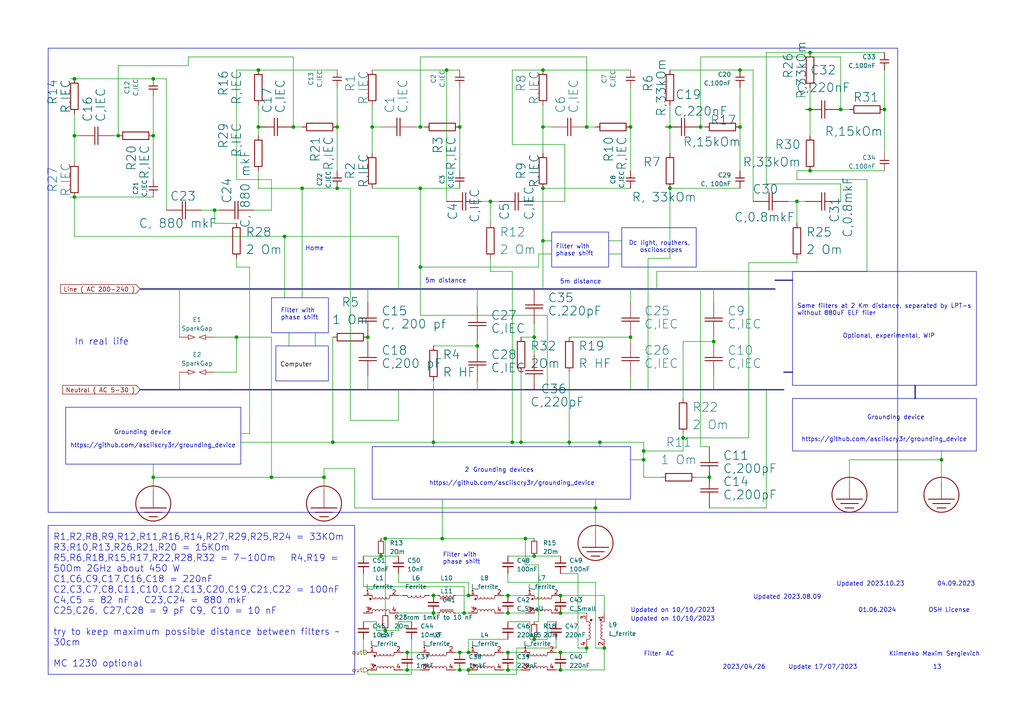
<source format=kicad_sch>
(kicad_sch (version 20231120) (generator "eeschema") (generator_version "8.0")
  (paper "A4")
  (junction (at 383.54 31.75))
  (junction (at 110.49 161.29))
  (junction (at 422.91 31.75))
  (junction (at 368.3 106.68))
  (junction (at 203.2 36.83))
  (junction (at 186.69 133.35))
  (junction (at 477.52 31.75))
  (junction (at 151.13 128.27))
  (junction (at 44.45 39.37))
  (junction (at 398.78 106.68))
  (junction (at 142.24 58.42))
  (junction (at 447.04 31.75))
  (junction (at 129.54 20.32))
  (junction (at 154.94 161.29))
  (junction (at 85.09 36.83))
  (junction (at 430.53 31.75))
  (junction (at 381 106.68))
  (junction (at 162.56 194.31))
  (junction (at 93.98 138.43))
  (junction (at 87.63 54.61))
  (junction (at 157.48 20.32))
  (junction (at 378.46 31.75))
  (junction (at 82.55 68.58))
  (junction (at 154.94 97.79))
  (junction (at 68.58 97.79))
  (junction (at 118.11 194.31))
  (junction (at 135.89 172.72))
  (junction (at 125.73 177.8))
  (junction (at 214.63 20.32))
  (junction (at 415.29 106.68))
  (junction (at 393.7 31.75))
  (junction (at 427.99 106.68))
  (junction (at 398.78 31.75))
  (junction (at 62.23 60.96))
  (junction (at 462.28 31.75))
  (junction (at 121.92 54.61))
  (junction (at 494.03 31.75))
  (junction (at 162.56 189.23))
  (junction (at 383.54 106.68))
  (junction (at 214.63 36.83))
  (junction (at 466.09 31.75))
  (junction (at 134.62 177.8))
  (junction (at 157.48 36.83))
  (junction (at 96.52 128.27))
  (junction (at 194.31 54.61))
  (junction (at 170.18 187.96))
  (junction (at 74.93 20.32))
  (junction (at 21.59 22.86))
  (junction (at 488.95 31.75))
  (junction (at 157.48 54.61))
  (junction (at 121.92 36.83))
  (junction (at 447.04 106.68))
  (junction (at 78.74 138.43))
  (junction (at 243.84 31.75))
  (junction (at 118.11 189.23))
  (junction (at 175.26 187.96))
  (junction (at 111.76 156.21))
  (junction (at 154.94 185.42))
  (junction (at 410.21 31.75))
  (junction (at 186.69 130.81))
  (junction (at 162.56 172.72))
  (junction (at 148.59 128.27))
  (junction (at 147.32 189.23))
  (junction (at 412.75 106.68))
  (junction (at 444.5 106.68))
  (junction (at 74.93 36.83))
  (junction (at 133.35 189.23))
  (junction (at 182.88 36.83))
  (junction (at 138.43 100.33))
  (junction (at 147.32 172.72))
  (junction (at 173.99 128.27))
  (junction (at 107.95 36.83))
  (junction (at 147.32 177.8))
  (junction (at 111.76 182.88))
  (junction (at 194.31 36.83))
  (junction (at 135.89 189.23))
  (junction (at 459.74 106.68))
  (junction (at 106.68 97.79))
  (junction (at 157.48 69.85))
  (junction (at 165.1 128.27))
  (junction (at 21.59 39.37))
  (junction (at 474.98 106.68))
  (junction (at 44.45 138.43))
  (junction (at 491.49 106.68))
  (junction (at 121.92 77.47))
  (junction (at 415.29 31.75))
  (junction (at 133.35 194.31))
  (junction (at 462.28 106.68))
  (junction (at 21.59 57.15))
  (junction (at 97.79 36.83))
  (junction (at 198.12 127))
  (junction (at 162.56 177.8))
  (junction (at 234.95 49.53))
  (junction (at 430.53 106.68))
  (junction (at 477.52 106.68))
  (junction (at 441.96 31.75))
  (junction (at 97.79 54.61))
  (junction (at 205.74 138.43))
  (junction (at 424.18 106.68))
  (junction (at 368.3 31.75))
  (junction (at 396.24 106.68))
  (junction (at 182.88 97.79))
  (junction (at 425.45 31.75))
  (junction (at 234.95 31.75))
  (junction (at 273.05 133.35))
  (junction (at 234.95 15.24))
  (junction (at 133.35 36.83))
  (junction (at 34.29 39.37))
  (junction (at 360.68 31.75))
  (junction (at 128.27 156.21))
  (junction (at 152.4 156.21))
  (junction (at 381 31.75))
  (junction (at 44.45 22.86))
  (junction (at 207.01 99.06))
  (junction (at 170.18 36.83))
  (junction (at 472.44 31.75))
  (junction (at 172.72 147.32))
  (junction (at 125.73 128.27))
  (junction (at 457.2 31.75))
  (junction (at 147.32 194.31))
  (junction (at 256.54 31.75))
  (junction (at 231.14 58.42))
  (junction (at 125.73 172.72))
  (junction (at 135.89 194.31))
  (wire (pts (xy 91.44 96.52) (xy 91.44 100.33)))
  (wire (pts (xy 68.58 77.47) (xy 72.39 77.47)))
  (wire (pts (xy 107.95 30.48) (xy 107.95 36.83)))
  (wire (pts (xy 72.39 77.47) (xy 72.39 125.73)))
  (wire (pts (xy 203.2 36.83) (xy 204.47 36.83)))
  (wire (pts (xy 44.45 138.43) (xy 78.74 138.43)))
  (wire (pts (xy 462.28 63.5) (xy 464.82 63.5)))
  (wire (pts (xy 68.58 97.79) (xy 68.58 107.95)))
  (wire (pts (xy 135.89 195.58) (xy 135.89 194.31)))
  (wire (pts (xy 173.99 128.27) (xy 173.99 129.54)))
  (wire (pts (xy 228.6 58.42) (xy 231.14 58.42)))
  (wire (pts (xy 203.2 129.54) (xy 203.2 83.82)))
  (wire (pts (xy 488.95 31.75) (xy 488.95 53.34)))
  (wire (pts (xy 222.25 147.32) (xy 222.25 113.03)))
  (wire (pts (xy 182.88 97.79) (xy 165.1 97.79)))
  (wire (pts (xy 369.57 63.5) (xy 369.57 53.34)))
  (wire (pts (xy 115.57 182.88) (xy 115.57 180.34)))
  (wire (pts (xy 156.21 163.83) (xy 152.4 163.83)))
  (wire (pts (xy 194.31 36.83) (xy 194.31 44.45)))
  (wire (pts (xy 120.65 36.83) (xy 121.92 36.83)))
  (wire (pts (xy 54.61 16.51) (xy 85.09 16.51)))
  (wire (pts (xy 256.54 31.75) (xy 256.54 44.45)))
  (wire (pts (xy 441.96 31.75) (xy 441.96 53.34)))
  (wire (pts (xy 158.75 185.42) (xy 158.75 180.34)))
  (wire (pts (xy 142.24 74.93) (xy 142.24 78.74)))
  (wire (pts (xy 477.52 63.5) (xy 477.52 71.12)))
  (wire (pts (xy 133.35 25.4) (xy 133.35 36.83)))
  (wire (pts (xy 170.18 36.83) (xy 172.72 36.83)))
  (wire (pts (xy 469.9 63.5) (xy 469.9 69.85)))
  (wire (pts (xy 401.32 63.5) (xy 401.32 53.34)))
  (wire (pts (xy 121.92 16.51) (xy 121.92 36.83)))
  (wire (pts (xy 398.78 81.28) (xy 398.78 106.68)))
  (wire (pts (xy 106.68 97.79) (xy 106.68 99.06)))
  (wire (pts (xy 157.48 30.48) (xy 157.48 36.83)))
  (wire (pts (xy 256.54 20.32) (xy 256.54 31.75)))
  (wire (pts (xy 396.24 93.98) (xy 396.24 106.68)))
  (wire (pts (xy 96.52 128.27) (xy 69.85 128.27)))
  (wire (pts (xy 157.48 36.83) (xy 157.48 44.45)))
  (wire (pts (xy 119.38 185.42) (xy 119.38 195.58)))
  (wire (pts (xy 82.55 68.58) (xy 82.55 86.36)))
  (wire (pts (xy 509.27 54.61) (xy 509.27 45.72)))
  (wire (pts (xy 422.91 53.34) (xy 425.45 53.34)))
  (wire (pts (xy 102.87 147.32) (xy 102.87 135.89)))
  (wire (pts (xy 102.87 147.32) (xy 172.72 147.32)))
  (wire (pts (xy 106.68 195.58) (xy 106.68 194.31)))
  (wire (pts (xy 273.05 133.35) (xy 273.05 139.7)))
  (wire (pts (xy 128.27 156.21) (xy 152.4 156.21)))
  (wire (pts (xy 447.04 81.28) (xy 447.04 106.68)))
  (wire (pts (xy 147.32 185.42) (xy 135.89 185.42)))
  (wire (pts (xy 194.31 36.83) (xy 193.04 36.83)))
  (wire (pts (xy 360.68 16.51) (xy 360.68 31.75)))
  (wire (pts (xy 21.59 33.02) (xy 21.59 39.37)))
  (wire (pts (xy 491.49 106.68) (xy 491.49 95.25)))
  (wire (pts (xy 383.54 31.75) (xy 393.7 31.75)))
  (wire (pts (xy 154.94 97.79) (xy 151.13 97.79)))
  (wire (pts (xy 417.83 63.5) (xy 417.83 53.34)))
  (wire (pts (xy 231.14 58.42) (xy 233.68 58.42)))
  (wire (pts (xy 369.57 53.34) (xy 368.3 53.34)))
  (wire (pts (xy 396.24 106.68) (xy 398.78 106.68)))
  (wire (pts (xy 68.58 52.07) (xy 78.74 52.07)))
  (wire (pts (xy 360.68 31.75) (xy 368.3 31.75)))
  (wire (pts (xy 52.07 107.95) (xy 52.07 113.03)))
  (wire (pts (xy 21.59 68.58) (xy 82.55 68.58)))
  (wire (pts (xy 107.95 54.61) (xy 121.92 54.61)))
  (wire (pts (xy 176.53 73.66) (xy 180.34 73.66)))
  (wire (pts (xy 383.54 31.75) (xy 383.54 43.18)))
  (wire (pts (xy 374.65 53.34) (xy 378.46 53.34)))
  (wire (pts (xy 151.13 107.95) (xy 151.13 128.27)))
  (wire (pts (xy 207.01 97.79) (xy 207.01 99.06)))
  (wire (pts (xy 20.32 57.15) (xy 21.59 57.15)))
  (wire (pts (xy 97.79 25.4) (xy 97.79 36.83)))
  (wire (pts (xy 447.04 53.34) (xy 447.04 71.12)))
  (wire (pts (xy 518.16 54.61) (xy 518.16 45.72)))
  (wire (pts (xy 381 69.85) (xy 374.65 69.85)))
  (wire (pts (xy 415.29 63.5) (xy 417.83 63.5)))
  (wire (pts (xy 119.38 195.58) (xy 106.68 195.58)))
  (wire (pts (xy 246.38 133.35) (xy 246.38 139.7)))
  (wire (pts (xy 459.74 85.09) (xy 459.74 69.85)))
  (wire (pts (xy 21.59 22.86) (xy 44.45 22.86)))
  (wire (pts (xy 97.79 36.83) (xy 97.79 49.53)))
  (wire (pts (xy 115.57 121.92) (xy 115.57 113.03)))
  (wire (pts (xy 488.95 31.75) (xy 494.03 31.75)))
  (wire (pts (xy 207.01 109.22) (xy 207.01 113.03)))
  (wire (pts (xy 234.95 15.24) (xy 256.54 15.24)))
  (wire (pts (xy 170.18 36.83) (xy 170.18 16.51)))
  (wire (pts (xy 156.21 180.34) (xy 154.94 180.34)))
  (wire (pts (xy 105.41 166.37) (xy 105.41 170.18)))
  (wire (pts (xy 133.35 189.23) (xy 135.89 189.23)))
  (wire (pts (xy 381 93.98) (xy 381 106.68)))
  (wire (pts (xy 182.88 97.79) (xy 182.88 99.06)))
  (wire (pts (xy 105.41 185.42) (xy 105.41 189.23)))
  (wire (pts (xy 93.98 135.89) (xy 102.87 135.89)))
  (wire (pts (xy 135.89 172.72) (xy 137.16 172.72)))
  (wire (pts (xy 251.46 78.74) (xy 190.5 78.74)))
  (wire (pts (xy 154.94 185.42) (xy 158.75 185.42)))
  (wire (pts (xy 111.76 182.88) (xy 115.57 182.88)))
  (wire (pts (xy 383.54 63.5) (xy 384.81 63.5)))
  (wire (pts (xy 231.14 49.53) (xy 231.14 52.07)))
  (wire (pts (xy 186.69 133.35) (xy 182.88 133.35)))
  (wire (pts (xy 121.92 77.47) (xy 121.92 91.44)))
  (wire (pts (xy 205.74 147.32) (xy 222.25 147.32)))
  (wire (pts (xy 515.62 54.61) (xy 509.27 54.61)))
  (wire (pts (xy 62.23 107.95) (xy 68.58 107.95)))
  (wire (pts (xy 83.82 96.52) (xy 83.82 100.33)))
  (wire (pts (xy 477.52 63.5) (xy 480.06 63.5)))
  (wire (pts (xy 52.07 83.82) (xy 52.07 97.79)))
  (wire (pts (xy 515.62 45.72) (xy 515.62 54.61)))
  (wire (pts (xy 157.48 54.61) (xy 157.48 69.85)))
  (wire (pts (xy 105.41 161.29) (xy 110.49 161.29)))
  (wire (pts (xy 433.07 63.5) (xy 433.07 53.34)))
  (wire (pts (xy 494.03 106.68) (xy 491.49 106.68)))
  (wire (pts (xy 68.58 74.93) (xy 68.58 77.47)))
  (wire (pts (xy 147.32 172.72) (xy 152.4 172.72)))
  (wire (pts (xy 410.21 31.75) (xy 415.29 31.75)))
  (wire (pts (xy 111.76 156.21) (xy 128.27 156.21)))
  (wire (pts (xy 116.84 189.23) (xy 118.11 189.23)))
  (wire (pts (xy 158.75 180.34) (xy 161.29 180.34)))
  (bus (pts (xy 40.64 83.82) (xy 224.79 83.82)))
  (wire (pts (xy 62.23 97.79) (xy 68.58 97.79)))
  (wire (pts (xy 378.46 31.75) (xy 381 31.75)))
  (wire (pts (xy 368.3 81.28) (xy 368.3 106.68)))
  (wire (pts (xy 381 16.51) (xy 381 31.75)))
  (wire (pts (xy 158.75 91.44) (xy 158.75 113.03)))
  (wire (pts (xy 165.1 107.95) (xy 165.1 128.27)))
  (wire (pts (xy 82.55 68.58) (xy 115.57 68.58)))
  (wire (pts (xy 175.26 194.31) (xy 175.26 187.96)))
  (wire (pts (xy 401.32 53.34) (xy 398.78 53.34)))
  (wire (pts (xy 162.56 194.31) (xy 175.26 194.31)))
  (wire (pts (xy 147.32 180.34) (xy 153.67 180.34)))
  (wire (pts (xy 203.2 16.51) (xy 243.84 16.51)))
  (wire (pts (xy 198.12 115.57) (xy 198.12 99.06)))
  (wire (pts (xy 430.53 31.75) (xy 430.53 43.18)))
  (wire (pts (xy 44.45 134.62) (xy 44.45 138.43)))
  (wire (pts (xy 201.93 138.43) (xy 205.74 138.43)))
  (wire (pts (xy 459.74 69.85) (xy 454.66 69.85)))
  (wire (pts (xy 142.24 58.42) (xy 142.24 64.77)))
  (wire (pts (xy 410.21 31.75) (xy 410.21 53.34)))
  (wire (pts (xy 214.63 25.4) (xy 214.63 36.83)))
  (wire (pts (xy 231.14 74.93) (xy 231.14 76.2)))
  (wire (pts (xy 148.59 41.91) (xy 163.83 41.91)))
  (wire (pts (xy 474.98 69.85) (xy 469.9 69.85)))
  (wire (pts (xy 44.45 39.37) (xy 44.45 52.07)))
  (wire (pts (xy 153.67 180.34) (xy 153.67 185.42)))
  (wire (pts (xy 74.93 36.83) (xy 77.47 36.83)))
  (wire (pts (xy 444.5 85.09) (xy 444.5 69.85)))
  (wire (pts (xy 368.3 63.5) (xy 369.57 63.5)))
  (wire (pts (xy 205.74 138.43) (xy 205.74 137.16)))
  (wire (pts (xy 477.52 106.68) (xy 491.49 106.68)))
  (wire (pts (xy 415.29 63.5) (xy 415.29 71.12)))
  (wire (pts (xy 146.05 189.23) (xy 147.32 189.23)))
  (wire (pts (xy 96.52 97.79) (xy 96.52 128.27)))
  (wire (pts (xy 62.23 64.77) (xy 68.58 64.77)))
  (wire (pts (xy 105.41 170.18) (xy 134.62 170.18)))
  (wire (pts (xy 148.59 20.32) (xy 157.48 20.32)))
  (wire (pts (xy 142.24 78.74) (xy 148.59 78.74)))
  (wire (pts (xy 396.24 69.85) (xy 389.89 69.85)))
  (wire (pts (xy 109.22 180.34) (xy 109.22 182.88)))
  (wire (pts (xy 393.7 31.75) (xy 393.7 53.34)))
  (wire (pts (xy 234.95 31.75) (xy 234.95 39.37)))
  (wire (pts (xy 44.45 27.94) (xy 44.45 39.37)))
  (wire (pts (xy 425.45 31.75) (xy 430.53 31.75)))
  (wire (pts (xy 147.32 161.29) (xy 154.94 161.29)))
  (wire (pts (xy 412.75 95.25) (xy 412.75 106.68)))
  (wire (pts (xy 383.54 63.5) (xy 383.54 71.12)))
  (wire (pts (xy 217.17 127) (xy 198.12 127)))
  (wire (pts (xy 198.12 130.81) (xy 198.12 127)))
  (wire (pts (xy 427.99 69.85) (xy 422.91 69.85)))
  (wire (pts (xy 422.91 16.51) (xy 422.91 31.75)))
  (wire (pts (xy 187.96 74.93) (xy 187.96 113.03)))
  (wire (pts (xy 148.59 78.74) (xy 148.59 128.27)))
  (wire (pts (xy 491.49 85.09) (xy 491.49 69.85)))
  (wire (pts (xy 68.58 97.79) (xy 78.74 97.79)))
  (wire (pts (xy 398.78 106.68) (xy 412.75 106.68)))
  (wire (pts (xy 157.48 54.61) (xy 182.88 54.61)))
  (wire (pts (xy 389.89 69.85) (xy 389.89 63.5)))
  (wire (pts (xy 161.29 185.42) (xy 161.29 187.96)))
  (wire (pts (xy 121.92 54.61) (xy 121.92 77.47)))
  (wire (pts (xy 205.74 129.54) (xy 203.2 129.54)))
  (wire (pts (xy 466.09 16.51) (xy 466.09 31.75)))
  (wire (pts (xy 156.21 180.34) (xy 156.21 163.83)))
  (wire (pts (xy 491.49 69.85) (xy 485.14 69.85)))
  (wire (pts (xy 231.14 58.42) (xy 231.14 64.77)))
  (wire (pts (xy 251.46 52.07) (xy 251.46 78.74)))
  (wire (pts (xy 101.6 54.61) (xy 97.79 54.61)))
  (wire (pts (xy 368.3 63.5) (xy 368.3 71.12)))
  (wire (pts (xy 125.73 128.27) (xy 96.52 128.27)))
  (wire (pts (xy 176.53 69.85) (xy 180.34 69.85)))
  (wire (pts (xy 518.16 45.72) (xy 515.62 45.72)))
  (wire (pts (xy 148.59 20.32) (xy 148.59 41.91)))
  (wire (pts (xy 121.92 36.83) (xy 123.19 36.83)))
  (wire (pts (xy 430.53 53.34) (xy 433.07 53.34)))
  (wire (pts (xy 161.29 194.31) (xy 162.56 194.31)))
  (wire (pts (xy 381 83.82) (xy 381 69.85)))
  (bus (pts (xy 227.33 107.95) (xy 229.87 107.95)))
  (wire (pts (xy 151.13 128.27) (xy 165.1 128.27)))
  (wire (pts (xy 422.91 31.75) (xy 425.45 31.75)))
  (wire (pts (xy 118.11 194.31) (xy 121.92 194.31)))
  (wire (pts (xy 412.75 69.85) (xy 406.4 69.85)))
  (wire (pts (xy 198.12 127) (xy 198.12 125.73)))
  (wire (pts (xy 21.59 57.15) (xy 21.59 68.58)))
  (wire (pts (xy 378.46 31.75) (xy 378.46 53.34)))
  (wire (pts (xy 21.59 57.15) (xy 44.45 57.15)))
  (wire (pts (xy 149.86 195.58) (xy 135.89 195.58)))
  (wire (pts (xy 110.49 161.29) (xy 115.57 161.29)))
  (wire (pts (xy 360.68 31.75) (xy 360.68 53.34)))
  (wire (pts (xy 438.15 53.34) (xy 441.96 53.34)))
  (wire (pts (xy 157.48 20.32) (xy 182.88 20.32)))
  (wire (pts (xy 203.2 16.51) (xy 203.2 36.83)))
  (wire (pts (xy 133.35 36.83) (xy 133.35 49.53)))
  (wire (pts (xy 172.72 147.32) (xy 172.72 153.67)))
  (wire (pts (xy 106.68 109.22) (xy 106.68 113.03)))
  (wire (pts (xy 417.83 53.34) (xy 415.29 53.34)))
  (wire (pts (xy 85.09 36.83) (xy 87.63 36.83)))
  (wire (pts (xy 74.93 20.32) (xy 97.79 20.32)))
  (wire (pts (xy 129.54 20.32) (xy 133.35 20.32)))
  (wire (pts (xy 172.72 187.96) (xy 175.26 187.96)))
  (wire (pts (xy 365.76 106.68) (xy 368.3 106.68)))
  (wire (pts (xy 147.32 177.8) (xy 152.4 177.8)))
  (wire (pts (xy 368.3 106.68) (xy 381 106.68)))
  (wire (pts (xy 398.78 63.5) (xy 398.78 71.12)))
  (wire (pts (xy 207.01 83.82) (xy 207.01 87.63)))
  (wire (pts (xy 162.56 166.37) (xy 167.64 166.37)))
  (wire (pts (xy 462.28 63.5) (xy 462.28 71.12)))
  (wire (pts (xy 74.93 30.48) (xy 74.93 36.83)))
  (wire (pts (xy 406.4 53.34) (xy 410.21 53.34)))
  (wire (pts (xy 381 106.68) (xy 383.54 106.68)))
  (wire (pts (xy 533.4 44.45) (xy 533.4 46.99)))
  (wire (pts (xy 167.64 166.37) (xy 167.64 187.96)))
  (wire (pts (xy 87.63 54.61) (xy 97.79 54.61)))
  (wire (pts (xy 365.76 71.12) (xy 360.68 71.12)))
  (wire (pts (xy 469.9 53.34) (xy 472.44 53.34)))
  (wire (pts (xy 54.61 16.51) (xy 54.61 19.05)))
  (wire (pts (xy 444.5 106.68) (xy 447.04 106.68)))
  (wire (pts (xy 115.57 172.72) (xy 116.84 172.72)))
  (wire (pts (xy 191.77 138.43) (xy 186.69 138.43)))
  (wire (pts (xy 214.63 36.83) (xy 214.63 49.53)))
  (wire (pts (xy 115.57 166.37) (xy 115.57 168.91)))
  (wire (pts (xy 459.74 106.68) (xy 462.28 106.68)))
  (wire (pts (xy 198.12 99.06) (xy 207.01 99.06)))
  (wire (pts (xy 505.46 54.61) (xy 501.65 54.61)))
  (wire (pts (xy 115.57 168.91) (xy 135.89 168.91)))
  (wire (pts (xy 125.73 128.27) (xy 148.59 128.27)))
  (wire (pts (xy 138.43 99.06) (xy 138.43 100.33)))
  (wire (pts (xy 447.04 106.68) (xy 459.74 106.68)))
  (wire (pts (xy 368.3 31.75) (xy 378.46 31.75)))
  (wire (pts (xy 72.39 125.73) (xy 69.85 125.73)))
  (wire (pts (xy 231.14 52.07) (xy 251.46 52.07)))
  (wire (pts (xy 396.24 83.82) (xy 396.24 69.85)))
  (wire (pts (xy 430.53 106.68) (xy 444.5 106.68)))
  (wire (pts (xy 218.44 20.32) (xy 214.63 20.32)))
  (wire (pts (xy 360.68 63.5) (xy 360.68 71.12)))
  (wire (pts (xy 194.31 54.61) (xy 214.63 54.61)))
  (wire (pts (xy 521.97 54.61) (xy 518.16 54.61)))
  (wire (pts (xy 85.09 36.83) (xy 85.09 16.51)))
  (wire (pts (xy 62.23 60.96) (xy 63.5 60.96)))
  (wire (pts (xy 68.58 20.32) (xy 74.93 20.32)))
  (wire (pts (xy 415.29 31.75) (xy 415.29 43.18)))
  (wire (pts (xy 149.86 187.96) (xy 149.86 195.58)))
  (wire (pts (xy 365.76 93.98) (xy 365.76 106.68)))
  (wire (pts (xy 20.32 22.86) (xy 21.59 22.86)))
  (wire (pts (xy 107.95 36.83) (xy 107.95 44.45)))
  (wire (pts (xy 454.66 53.34) (xy 457.2 53.34)))
  (wire (pts (xy 106.68 83.82) (xy 106.68 87.63)))
  (wire (pts (xy 205.74 139.7) (xy 205.74 138.43)))
  (wire (pts (xy 48.26 22.86) (xy 48.26 60.96)))
  (wire (pts (xy 161.29 189.23) (xy 162.56 189.23)))
  (wire (pts (xy 154.94 97.79) (xy 154.94 102.87)))
  (wire (pts (xy 154.94 161.29) (xy 162.56 161.29)))
  (wire (pts (xy 374.65 69.85) (xy 374.65 63.5)))
  (wire (pts (xy 48.26 22.86) (xy 44.45 22.86)))
  (wire (pts (xy 365.76 83.82) (xy 365.76 71.12)))
  (wire (pts (xy 111.76 156.21) (xy 111.76 177.8)))
  (wire (pts (xy 147.32 168.91) (xy 172.72 168.91)))
  (wire (pts (xy 234.95 25.4) (xy 234.95 31.75)))
  (wire (pts (xy 383.54 106.68) (xy 396.24 106.68)))
  (wire (pts (xy 480.06 53.34) (xy 477.52 53.34)))
  (wire (pts (xy 62.23 60.96) (xy 62.23 64.77)))
  (wire (pts (xy 156.21 77.47) (xy 156.21 73.66)))
  (wire (pts (xy 115.57 177.8) (xy 125.73 177.8)))
  (wire (pts (xy 464.82 63.5) (xy 464.82 53.34)))
  (wire (pts (xy 165.1 128.27) (xy 173.99 128.27)))
  (wire (pts (xy 68.58 20.32) (xy 68.58 52.07)))
  (wire (pts (xy 110.49 156.21) (xy 111.76 156.21)))
  (wire (pts (xy 161.29 187.96) (xy 149.86 187.96)))
  (wire (pts (xy 139.7 58.42) (xy 142.24 58.42)))
  (wire (pts (xy 132.08 177.8) (xy 134.62 177.8)))
  (wire (pts (xy 165.1 129.54) (xy 165.1 128.27)))
  (wire (pts (xy 415.29 106.68) (xy 424.18 106.68)))
  (wire (pts (xy 128.27 144.78) (xy 128.27 156.21)))
  (wire (pts (xy 217.17 76.2) (xy 217.17 127)))
  (wire (pts (xy 93.98 135.89) (xy 93.98 138.43)))
  (wire (pts (xy 73.66 60.96) (xy 78.74 60.96)))
  (wire (pts (xy 462.28 106.68) (xy 474.98 106.68)))
  (wire (pts (xy 494.03 81.28) (xy 494.03 106.68)))
  (wire (pts (xy 172.72 144.78) (xy 172.72 147.32)))
  (wire (pts (xy 533.4 62.23) (xy 533.4 67.31)))
  (wire (pts (xy 462.28 81.28) (xy 462.28 106.68)))
  (wire (pts (xy 125.73 128.27) (xy 125.73 129.54)))
  (wire (pts (xy 430.53 81.28) (xy 430.53 106.68)))
  (wire (pts (xy 115.57 68.58) (xy 115.57 83.82)))
  (wire (pts (xy 21.59 39.37) (xy 21.59 46.99)))
  (wire (pts (xy 157.48 69.85) (xy 157.48 83.82)))
  (wire (pts (xy 243.84 31.75) (xy 246.38 31.75)))
  (wire (pts (xy 222.25 53.34) (xy 222.25 15.24)))
  (wire (pts (xy 457.2 31.75) (xy 457.2 53.34)))
  (wire (pts (xy 194.31 36.83) (xy 196.85 36.83)))
  (bus (pts (xy 224.79 81.28) (xy 229.87 81.28)))
  (wire (pts (xy 430.53 31.75) (xy 441.96 31.75)))
  (wire (pts (xy 115.57 180.34) (xy 119.38 180.34)))
  (wire (pts (xy 444.5 95.25) (xy 444.5 106.68)))
  (wire (pts (xy 182.88 109.22) (xy 182.88 113.03)))
  (wire (pts (xy 389.89 53.34) (xy 393.7 53.34)))
  (wire (pts (xy 368.3 43.18) (xy 368.3 31.75)))
  (wire (pts (xy 153.67 185.42) (xy 154.94 185.42)))
  (wire (pts (xy 198.12 130.81) (xy 186.69 130.81)))
  (wire (pts (xy 194.31 20.32) (xy 214.63 20.32)))
  (wire (pts (xy 472.44 31.75) (xy 472.44 53.34)))
  (wire (pts (xy 182.88 83.82) (xy 182.88 87.63)))
  (wire (pts (xy 21.59 39.37) (xy 22.86 39.37)))
  (wire (pts (xy 243.84 53.34) (xy 222.25 53.34)))
  (wire (pts (xy 157.48 69.85) (xy 160.02 69.85)))
  (wire (pts (xy 406.4 69.85) (xy 406.4 63.5)))
  (wire (pts (xy 505.46 45.72) (xy 505.46 54.61)))
  (wire (pts (xy 147.32 189.23) (xy 151.13 189.23)))
  (wire (pts (xy 34.29 19.05) (xy 54.61 19.05)))
  (wire (pts (xy 384.81 63.5) (xy 384.81 53.34)))
  (wire (pts (xy 156.21 73.66) (xy 160.02 73.66)))
  (wire (pts (xy 444.5 69.85) (xy 438.15 69.85)))
  (wire (pts (xy 425.45 31.75) (xy 425.45 53.34)))
  (wire (pts (xy 447.04 31.75) (xy 457.2 31.75)))
  (wire (pts (xy 447.04 31.75) (xy 447.04 43.18)))
  (wire (pts (xy 146.05 194.31) (xy 147.32 194.31)))
  (wire (pts (xy 118.11 189.23) (xy 121.92 189.23)))
  (wire (pts (xy 125.73 177.8) (xy 127 177.8)))
  (wire (pts (xy 231.14 49.53) (xy 234.95 49.53)))
  (wire (pts (xy 105.41 180.34) (xy 109.22 180.34)))
  (wire (pts (xy 186.69 138.43) (xy 186.69 133.35)))
  (wire (pts (xy 172.72 168.91) (xy 172.72 187.96)))
  (wire (pts (xy 438.15 69.85) (xy 438.15 63.5)))
  (wire (pts (xy 125.73 100.33) (xy 138.43 100.33)))
  (wire (pts (xy 194.31 54.61) (xy 194.31 74.93)))
  (wire (pts (xy 415.29 31.75) (xy 422.91 31.75)))
  (wire (pts (xy 427.99 95.25) (xy 427.99 106.68)))
  (wire (pts (xy 485.14 53.34) (xy 488.95 53.34)))
  (wire (pts (xy 217.17 76.2) (xy 231.14 76.2)))
  (wire (pts (xy 147.32 194.31) (xy 151.13 194.31)))
  (wire (pts (xy 190.5 78.74) (xy 190.5 83.82)))
  (wire (pts (xy 132.08 194.31) (xy 133.35 194.31)))
  (wire (pts (xy 412.75 106.68) (xy 415.29 106.68)))
  (wire (pts (xy 162.56 177.8) (xy 170.18 177.8)))
  (wire (pts (xy 101.6 121.92) (xy 115.57 121.92)))
  (wire (pts (xy 148.59 128.27) (xy 151.13 128.27)))
  (wire (pts (xy 121.92 54.61) (xy 133.35 54.61)))
  (wire (pts (xy 383.54 81.28) (xy 383.54 106.68)))
  (wire (pts (xy 234.95 49.53) (xy 256.54 49.53)))
  (wire (pts (xy 33.02 39.37) (xy 34.29 39.37)))
  (wire (pts (xy 477.52 81.28) (xy 477.52 106.68)))
  (wire (pts (xy 162.56 189.23) (xy 170.18 189.23)))
  (wire (pts (xy 175.26 172.72) (xy 162.56 172.72)))
  (wire (pts (xy 441.96 31.75) (xy 447.04 31.75)))
  (wire (pts (xy 243.84 31.75) (xy 243.84 16.51)))
  (wire (pts (xy 424.18 106.68) (xy 427.99 106.68)))
  (wire (pts (xy 146.05 172.72) (xy 147.32 172.72)))
  (bus (pts (xy 40.64 113.03) (xy 227.33 113.03)))
  (wire (pts (xy 474.98 106.68) (xy 477.52 106.68)))
  (wire (pts (xy 175.26 177.8) (xy 175.26 172.72)))
  (wire (pts (xy 424.18 106.68) (xy 424.18 111.76)))
  (wire (pts (xy 398.78 63.5) (xy 401.32 63.5)))
  (wire (pts (xy 93.98 138.43) (xy 93.98 142.24)))
  (wire (pts (xy 464.82 53.34) (xy 462.28 53.34)))
  (wire (pts (xy 222.25 15.24) (xy 234.95 15.24)))
  (wire (pts (xy 105.41 189.23) (xy 106.68 189.23)))
  (wire (pts (xy 146.05 177.8) (xy 147.32 177.8)))
  (wire (pts (xy 154.94 93.98) (xy 154.94 97.79)))
  (wire (pts (xy 142.24 58.42) (xy 144.78 58.42)))
  (wire (pts (xy 273.05 130.81) (xy 273.05 133.35)))
  (wire (pts (xy 121.92 16.51) (xy 170.18 16.51)))
  (wire (pts (xy 163.83 58.42) (xy 154.94 58.42)))
  (wire (pts (xy 430.53 63.5) (xy 430.53 71.12)))
  (wire (pts (xy 430.53 63.5) (xy 433.07 63.5)))
  (wire (pts (xy 415.29 81.28) (xy 415.29 106.68)))
  (wire (pts (xy 398.78 31.75) (xy 398.78 43.18)))
  (bus (pts (xy 265.43 111.76) (xy 265.43 115.57)))
  (wire (pts (xy 477.52 31.75) (xy 488.95 31.75)))
  (wire (pts (xy 109.22 182.88) (xy 111.76 182.88)))
  (wire (pts (xy 124.46 172.72) (xy 125.73 172.72)))
  (wire (pts (xy 462.28 31.75) (xy 466.09 31.75)))
  (wire (pts (xy 74.93 54.61) (xy 87.63 54.61)))
  (wire (pts (xy 134.62 170.18) (xy 134.62 177.8)))
  (wire (pts (xy 125.73 110.49) (xy 125.73 128.27)))
  (wire (pts (xy 384.81 53.34) (xy 383.54 53.34)))
  (wire (pts (xy 44.45 138.43) (xy 44.45 142.24)))
  (wire (pts (xy 167.64 187.96) (xy 170.18 187.96)))
  (wire (pts (xy 135.89 168.91) (xy 135.89 172.72)))
  (wire (pts (xy 121.92 77.47) (xy 156.21 77.47)))
  (wire (pts (xy 152.4 156.21) (xy 154.94 156.21)))
  (wire (pts (xy 509.27 45.72) (xy 505.46 45.72)))
  (wire (pts (xy 480.06 63.5) (xy 480.06 53.34)))
  (wire (pts (xy 129.54 58.42) (xy 129.54 20.32)))
  (wire (pts (xy 78.74 138.43) (xy 93.98 138.43)))
  (wire (pts (xy 132.08 189.23) (xy 133.35 189.23)))
  (wire (pts (xy 194.31 74.93) (xy 187.96 74.93)))
  (wire (pts (xy 218.44 58.42) (xy 218.44 20.32)))
  (wire (pts (xy 147.32 166.37) (xy 147.32 168.91)))
  (wire (pts (xy 459.74 95.25) (xy 459.74 106.68)))
  (wire (pts (xy 466.09 31.75) (xy 472.44 31.75)))
  (wire (pts (xy 125.73 172.72) (xy 127 172.72)))
  (wire (pts (xy 398.78 31.75) (xy 410.21 31.75)))
  (wire (pts (xy 58.42 60.96) (xy 62.23 60.96)))
  (wire (pts (xy 246.38 133.35) (xy 273.05 133.35)))
  (wire (pts (xy 381 31.75) (xy 383.54 31.75)))
  (wire (pts (xy 422.91 69.85) (xy 422.91 63.5)))
  (wire (pts (xy 116.84 194.31) (xy 118.11 194.31)))
  (wire (pts (xy 194.31 30.48) (xy 194.31 36.83)))
  (wire (pts (xy 152.4 163.83) (xy 152.4 156.21)))
  (wire (pts (xy 78.74 52.07) (xy 78.74 60.96)))
  (wire (pts (xy 107.95 36.83) (xy 110.49 36.83)))
  (wire (pts (xy 494.03 53.34) (xy 494.03 71.12)))
  (wire (pts (xy 132.08 172.72) (xy 135.89 172.72)))
  (wire (pts (xy 135.89 185.42) (xy 135.89 189.23)))
  (wire (pts (xy 393.7 31.75) (xy 398.78 31.75)))
  (wire (pts (xy 74.93 49.53) (xy 74.93 54.61)))
  (wire (pts (xy 412.75 85.09) (xy 412.75 69.85)))
  (wire (pts (xy 134.62 177.8) (xy 135.89 177.8)))
  (wire (pts (xy 472.44 31.75) (xy 477.52 31.75)))
  (wire (pts (xy 474.98 95.25) (xy 474.98 106.68)))
  (wire (pts (xy 243.84 58.42) (xy 243.84 53.34)))
  (wire (pts (xy 485.14 69.85) (xy 485.14 63.5)))
  (wire (pts (xy 186.69 128.27) (xy 186.69 130.81)))
  (wire (pts (xy 454.66 69.85) (xy 454.66 63.5)))
  (wire (pts (xy 427.99 106.68) (xy 430.53 106.68)))
  (wire (pts (xy 474.98 85.09) (xy 474.98 69.85)))
  (wire (pts (xy 138.43 110.49) (xy 138.43 113.03)))
  (wire (pts (xy 121.92 91.44) (xy 158.75 91.44)))
  (wire (pts (xy 427.99 85.09) (xy 427.99 69.85)))
  (wire (pts (xy 173.99 128.27) (xy 186.69 128.27)))
  (wire (pts (xy 182.88 25.4) (xy 182.88 36.83)))
  (wire (pts (xy 157.48 36.83) (xy 160.02 36.83)))
  (wire (pts (xy 101.6 54.61) (xy 101.6 121.92)))
  (wire (pts (xy 170.18 187.96) (xy 170.18 189.23)))
  (wire (pts (xy 494.03 31.75) (xy 494.03 43.18)))
  (wire (pts (xy 138.43 83.82) (xy 138.43 88.9)))
  (wire (pts (xy 462.28 31.75) (xy 462.28 43.18)))
  (wire (pts (xy 477.52 43.18) (xy 477.52 31.75)))
  (wire (pts (xy 182.88 36.83) (xy 182.88 49.53)))
  (wire (pts (xy 457.2 31.75) (xy 462.28 31.75)))
  (wire (pts (xy 494.03 16.51) (xy 494.03 31.75)))
  (wire (pts (xy 34.29 19.05) (xy 34.29 39.37)))
  (wire (pts (xy 186.69 130.81) (xy 186.69 133.35)))
  (wire (pts (xy 78.74 97.79) (xy 78.74 138.43)))
  (wire (pts (xy 163.83 41.91) (xy 163.83 58.42)))
  (wire (pts (xy 234.95 31.75) (xy 233.68 31.75)))
  (wire (pts (xy 74.93 36.83) (xy 74.93 39.37)))
  (wire (pts (xy 107.95 20.32) (xy 129.54 20.32)))
  (wire (pts (xy 133.35 194.31) (xy 135.89 194.31)))
  (wire (pts (xy 87.63 54.61) (xy 87.63 86.36)))
  (rectangle (start 80.01 100.33) (end 95.25 110.49))
  (rectangle (start 13.97 13.97) (end 260.35 148.59))
  (rectangle (start 180.34 66.04) (end 201.93 77.47))
  (rectangle (start 229.87 115.57) (end 283.21 130.81))
  (rectangle (start 19.05 118.11) (end 69.85 134.62))
  (rectangle (start 107.95 129.54) (end 182.88 144.78))
  (rectangle (start 78.74 86.36) (end 95.25 96.52))
  (rectangle (start 229.87 78.74) (end 283.21 111.76))
  (rectangle (start 320.04 76.2) (end 320.04 76.2))
  (rectangle (start 185.42 77.47) (end 185.42 77.47))
  (rectangle (start 160.02 67.31) (end 176.53 77.47))
  (text_box "R1,R2,R8,R9,R12,R11,R16,R14,R27,R29,R25,R24 = 33KOm\nR3,R10,R13,R26,R21,R20 = 15KOm\nR5,R6,R18,R15,R17,R22,R28,R32 = 7-10Om   R4,R19 = 50Om 2GHz about 450 W\nC1,C6,C9,C17,C16,C18 = 220nF\nC2,C3,C7,C8,C11,C10,C12,C13,C20,C19,C21,C22 = 100nF\nC4,C5 = 82 nF   C23,C24 = 880 mkF\nC25,C26, C27,C28 = 9 pF C9, C10 = 10 nF\n\ntry to keep maximum possible distance between filters ~ 30cm\n\nMC 1230 optional" (at 13.97 152.4 0) (size 88.9 43.18) (effects (font (size 1.9 1.9)) (justify left)))
  (text "Grounding device\n" (at 33.02 126.238 0) (effects (font (size 1.27 1.27)) (justify left bottom)))
  (text "Updated 2023.10.23\n" (at 242.57 170.18 0) (effects (font (size 1.27 1.27)) (justify left bottom)))
  (text "Filter" (at 186.69 190.5 0) (effects (font (size 1.27 1.27)) (justify left bottom)))
  (text "Filter with \nphase shift" (at 86.868 91.186 0) (effects (font (size 1.27 1.27))))
  (text "OSH License" (at 269.24 177.8 0) (effects (font (size 1.27 1.27)) (justify left bottom)))
  (text "https://github.com/asciiscry3r/grounding_device" (at 232.41 128.27 0) (effects (font (size 1.27 1.27)) (justify left bottom)))
  (text "04.09.2023" (at 271.78 170.18 0) (effects (font (size 1.27 1.27)) (justify left bottom)))
  (text "5m distance\n" (at 129.286 81.534 0) (effects (font (size 1.27 1.27))))
  (text "2 \n" (at 135.89 136.398 0) (effects (font (size 1.27 1.27))))
  (text "01.06.2024\n" (at 248.92 177.8 0) (effects (font (size 1.27 1.27)) (justify left bottom)))
  (text "2023/04/26\n" (at 209.55 194.31 0) (effects (font (size 1.27 1.27)) (justify left bottom)))
  (text "Dc light, routhers,\n osciloscopes" (at 191.262 71.628 0) (effects (font (size 1.27 1.27))))
  (text "In real life\n" (at 21.59 100.33 0) (effects (font (size 1.9 1.9)) (justify left bottom)))
  (text "Klimenko Maxim Sergievich" (at 257.81 190.5 0) (effects (font (size 1.27 1.27)) (justify left bottom)))
  (text "Filter with \nphase shift" (at 133.858 162.052 0) (effects (font (size 1.27 1.27))))
  (text "13" (at 270.51 194.31 0) (effects (font (size 1.27 1.27)) (justify left bottom)))
  (text "Updated 2023.08.09\n" (at 218.44 173.99 0) (effects (font (size 1.27 1.27)) (justify left bottom)))
  (text "5m distance\n" (at 168.402 81.788 0) (effects (font (size 1.27 1.27))))
  (text "Grounding devices" (at 137.16 137.16 0) (effects (font (size 1.27 1.27)) (justify left bottom)))
  (text "https://github.com/asciiscry3r/grounding_device" (at 124.46 140.97 0) (effects (font (size 1.27 1.27)) (justify left bottom)))
  (text "Home\n" (at 93.98 72.136 0) (effects (font (size 1.27 1.27)) (justify right)))
  (text "AC" (at 193.04 190.5 0) (effects (font (size 1.27 1.27)) (justify left bottom)))
  (text "Updated on 10/10/2023" (at 182.88 177.8 0) (effects (font (size 1.27 1.27)) (justify left bottom)))
  (text "Update 17/07/2023" (at 228.6 194.31 0) (effects (font (size 1.27 1.27)) (justify left bottom)))
  (text "Optional, experimental, WIP\n\n" (at 257.81 98.552 0) (effects (font (size 1.27 1.27))))
  (text "Same filters at 2 Km distance, separated by LPT-s\nwithout 880uF ELF filer\n\n\n" (at 231.14 95.758 0) (effects (font (size 1.27 1.27)) (justify left bottom)))
  (text "Updated on 10/10/2023" (at 182.88 180.34 0) (effects (font (size 1.27 1.27)) (justify left bottom)))
  (text "Filter with \nphase shift" (at 166.624 72.644 0) (effects (font (size 1.27 1.27))))
  (text "https://github.com/asciiscry3r/grounding_device" (at 20.32 130.048 0) (effects (font (size 1.27 1.27)) (justify left bottom)))
  (text "Grounding device" (at 251.46 121.92 0) (effects (font (size 1.27 1.27)) (justify left bottom)))
  (label "Computer" (at 81.28 106.68 0))
  (global_label "Neutral ( AC 5-30 )" (shape input) (at 40.64 113.03 180) (property "Intersheetrefs" "${INTERSHEET_REFS}" (effects (hide yes))))
  (global_label "Line ( AC 200-240 )" (shape input) (at 40.64 83.82 180) (property "Intersheetrefs" "${INTERSHEET_REFS}" (effects (hide yes))))
  (hierarchical_label "out" (shape input) (at 106.68 189.23 180))
  (hierarchical_label "out" (shape input) (at 106.68 194.31 180))
  (symbol (lib_id "PCM_Elektuur:Re") (at 447.04 48.26 0) (unit 1)
    (property "Reference" "Re15" (at 452.12 46.99 0) (effects (justify left)))
    (property "Value" "Re" (at 452.12 49.53 0) (effects (justify left)))
    (property "Sim.Pins" "1=1 2=2" (effects (hide yes)))
    (property "Sim.Device" "SPICE" (effects (hide yes)))
    (property "Sim.Params" "X" (effects (hide yes)))
    (property "Indicator" "+" (effects (hide yes)))
    (property "Rating" "V/Ω" (effects (hide yes)))
  )
  (symbol (lib_id "Device:C_Small") (at 147.32 191.77 0) (unit 1)
    (property "Reference" "C39" (at 149.86 190.5062 0) (effects (justify left)))
    (property "Value" "220nF" (at 149.86 193.0462 0) (effects (justify left)))
    (property "Description" "Unpolarized capacitor, small symbol" (effects (hide yes)))
  )
  (symbol (lib_id "Device:C_Small") (at 125.73 175.26 0) (unit 1)
    (property "Reference" "C41" (at 128.27 173.9962 0) (effects (justify left)))
    (property "Value" "From 1mkF to 10 nF" (at 116.84 179.07 0) (effects (justify left)))
    (property "Description" "Unpolarized capacitor, small symbol" (effects (hide yes)))
  )
  (symbol (lib_id "PCM_Generic:C,IEC") (at 53.34 60.96 90) (mirror x) (unit 1)
    (property "Reference" "C23" (at 53.086 56.896 90) (effects (font (size 2.54 2.54))))
    (property "Value" "C, 880 mkF" (at 51.562 64.77 90) (effects (font (size 2.54 2.54))))
  )
  (symbol (lib_id "PCM_Generic:R,IEC") (at 107.95 25.4 0) (mirror x) (unit 1)
    (property "Reference" "R1" (at 101.6 24.13 90) (effects (font (size 2.54 2.54))))
    (property "Value" "R,IEC" (at 105.41 25.4 90) (effects (font (size 2.54 2.54))))
    (property "Indicator" "+" (effects (hide yes)))
  )
  (symbol (lib_id "PCM_Elektuur:X-mic") (at 533.4 72.39 0) (unit 1)
    (property "Reference" "Mic2" (at 537.21 71.12 0) (effects (justify left)))
    (property "Value" "X-mic" (at 537.21 73.66 0) (effects (justify left)))
    (property "Sim.Pins" "1=1 2=2" (effects (hide yes)))
    (property "Sim.Device" "SPICE" (effects (hide yes)))
    (property "Sim.Params" "X" (effects (hide yes)))
    (property "Indicator" "+" (effects (hide yes)))
  )
  (symbol (lib_id "PCM_Generic:C,IEC") (at 134.62 58.42 90) (mirror x) (unit 1)
    (property "Reference" "C4" (at 131.318 64.008 0) (effects (font (size 2.54 2.54)) (justify right)))
    (property "Value" "C,IEC" (at 137.668 64.77 0) (effects (font (size 2.54 2.54)) (justify right)))
  )
  (symbol (lib_id "PCM_Generic:R,IEC") (at 447.04 76.2 0) (mirror y) (unit 1)
    (property "Reference" "R46" (at 449.58 73.6599 0) (effects (font (size 2.54 2.54)) (justify right)))
    (property "Value" "R,IEC" (at 449.58 78.7399 0) (effects (font (size 2.54 2.54)) (justify right)))
    (property "Indicator" "+" (effects (hide yes)))
  )
  (symbol (lib_id "PCM_Generic:P,PE") (at 44.45 142.24 0) (unit 1)
    (property "Reference" "#PWR08" (effects (hide yes)))
    (property "Value" "PE" (effects (hide yes)))
  )
  (symbol (lib_id "PCM_Generic:C,IEC") (at 106.68 92.71 0) (mirror y) (unit 1)
    (property "Reference" "C15" (at 110.49 90.17 0) (effects (font (size 2.54 2.54)) (justify right)))
    (property "Value" "C, 200 pf" (at 110.49 93.98 0) (effects (font (size 2.54 2.54)) (justify right)))
  )
  (symbol (lib_id "PCM_Generic:R,IEC") (at 251.46 31.75 90) (mirror x) (unit 1)
    (property "Reference" "R31" (at 251.206 28.194 90) (effects (font (size 2.54 2.54))))
    (property "Value" "R,15kOm" (at 247.65 38.1 90) (effects (font (size 2.54 2.54))))
    (property "Indicator" "+" (effects (hide yes)))
  )
  (symbol (lib_id "Device:C_Small") (at 133.35 191.77 0) (unit 1)
    (property "Reference" "C38" (at 135.89 190.5062 0) (effects (justify left)))
    (property "Value" "1mkF" (at 135.89 193.0462 0) (effects (justify left)))
    (property "Description" "Unpolarized capacitor, small symbol" (effects (hide yes)))
  )
  (symbol (lib_id "Device:C_Small") (at 118.11 191.77 0) (unit 1)
    (property "Reference" "C37" (at 120.65 190.5062 0) (effects (justify left)))
    (property "Value" "1mkF" (at 120.65 193.0462 0) (effects (justify left)))
    (property "Description" "Unpolarized capacitor, small symbol" (effects (hide yes)))
  )
  (symbol (lib_id "PCM_Generic:C,IEC") (at 223.52 58.42 90) (mirror x) (unit 1)
    (property "Reference" "C30" (at 221.996 54.864 90) (effects (font (size 2.54 2.54))))
    (property "Value" "C,0.8mkF" (at 221.742 62.992 90) (effects (font (size 2.54 2.54))))
  )
  (symbol (lib_id "Device:C_Small") (at 105.41 163.83 0) (unit 1)
    (property "Reference" "C51" (at 107.95 162.5662 0) (effects (justify left)))
    (property "Value" "10nF" (at 107.95 165.1062 0) (effects (justify left)))
    (property "Description" "Unpolarized capacitor, small symbol" (effects (hide yes)))
  )
  (symbol (lib_id "PCM_Elektuur:Re") (at 389.89 58.42 0) (unit 1)
    (property "Reference" "Re4" (at 394.97 57.15 0) (effects (justify left)))
    (property "Value" "Re" (at 394.97 59.69 0) (effects (justify left)))
    (property "Sim.Pins" "1=1 2=2" (effects (hide yes)))
    (property "Sim.Device" "SPICE" (effects (hide yes)))
    (property "Sim.Params" "X" (effects (hide yes)))
    (property "Indicator" "+" (effects (hide yes)))
    (property "Rating" "V/Ω" (effects (hide yes)))
  )
  (symbol (lib_id "PCM_Generic:C,IEC") (at 27.94 39.37 90) (mirror x) (unit 1)
    (property "Reference" "C16" (at 25.4 35.56 0) (effects (font (size 2.54 2.54)) (justify right)))
    (property "Value" "C,IEC" (at 29.21 35.56 0) (effects (font (size 2.54 2.54)) (justify right)))
  )
  (symbol (lib_id "PCM_Elektuur:Re") (at 398.78 48.26 0) (unit 1)
    (property "Reference" "Re12" (at 403.86 46.99 0) (effects (justify left)))
    (property "Value" "Re" (at 403.86 49.53 0) (effects (justify left)))
    (property "Sim.Pins" "1=1 2=2" (effects (hide yes)))
    (property "Sim.Device" "SPICE" (effects (hide yes)))
    (property "Sim.Params" "X" (effects (hide yes)))
    (property "Indicator" "+" (effects (hide yes)))
    (property "Rating" "V/Ω" (effects (hide yes)))
  )
  (symbol (lib_id "PCM_Generic-50:C,IEC") (at 44.45 25.4 0) (mirror x) (unit 1)
    (property "Reference" "C12" (at 36.83 25.4 90))
    (property "Value" "C,IEC" (at 39.37 25.4 90))
  )
  (symbol (lib_id "Device:C_Small") (at 147.32 163.83 0) (unit 1)
    (property "Reference" "C48" (at 149.86 162.5662 0) (effects (justify left)))
    (property "Value" "100nF" (at 149.86 165.1062 0) (effects (justify left)))
    (property "Description" "Unpolarized capacitor, small symbol" (effects (hide yes)))
  )
  (symbol (lib_id "Device:C_Small") (at 147.32 182.88 0) (unit 1)
    (property "Reference" "C46" (at 149.86 181.6162 0) (effects (justify left)))
    (property "Value" "220nF" (at 149.86 184.1562 0) (effects (justify left)))
    (property "Description" "Unpolarized capacitor, small symbol" (effects (hide yes)))
  )
  (symbol (lib_id "Device:C_Small") (at 161.29 182.88 0) (unit 1)
    (property "Reference" "C47" (at 163.83 181.6162 0) (effects (justify left)))
    (property "Value" "220nF" (at 163.83 184.1562 0) (effects (justify left)))
    (property "Description" "Unpolarized capacitor, small symbol" (effects (hide yes)))
  )
  (symbol (lib_id "PCM_Generic:C,IEC") (at 165.1 36.83 90) (mirror x) (unit 1)
    (property "Reference" "C6" (at 162.56 33.02 0) (effects (font (size 2.54 2.54)) (justify right)))
    (property "Value" "C,IEC" (at 166.37 33.02 0) (effects (font (size 2.54 2.54)) (justify right)))
  )
  (symbol (lib_id "PCM_Generic:C,IEC") (at 149.86 58.42 90) (mirror x) (unit 1)
    (property "Reference" "C5" (at 146.304 64.008 0) (effects (font (size 2.54 2.54)) (justify right)))
    (property "Value" "C,IEC" (at 153.416 64.008 0) (effects (font (size 2.54 2.54)) (justify right)))
  )
  (symbol (lib_id "PCM_Elektuur:Re") (at 383.54 48.26 0) (unit 1)
    (property "Reference" "Re11" (at 388.62 46.99 0) (effects (justify left)))
    (property "Value" "Re" (at 388.62 49.53 0) (effects (justify left)))
    (property "Sim.Pins" "1=1 2=2" (effects (hide yes)))
    (property "Sim.Device" "SPICE" (effects (hide yes)))
    (property "Sim.Params" "X" (effects (hide yes)))
    (property "Indicator" "+" (effects (hide yes)))
    (property "Rating" "V/Ω" (effects (hide yes)))
  )
  (symbol (lib_id "PCM_Generic:R,IEC") (at 21.59 52.07 0) (mirror x) (unit 1)
    (property "Reference" "R27" (at 15.24 52.07 90) (effects (font (size 2.54 2.54))))
    (property "Value" "R,IEC" (at 19.05 52.07 90) (effects (font (size 2.54 2.54))))
    (property "Indicator" "+" (effects (hide yes)))
  )
  (symbol (lib_id "Device:SparkGap") (at 57.15 97.79 0) (unit 1)
    (property "Reference" "E1" (at 57.15 92.71 0))
    (property "Value" "SparkGap" (at 57.15 95.25 0))
    (property "Description" "Spark gap" (effects (hide yes)))
  )
  (symbol (lib_id "PCM_Generic:C,IEC") (at 138.43 105.41 0) (mirror y) (unit 1)
    (property "Reference" "C28" (at 142.24 102.87 0) (effects (font (size 2.54 2.54)) (justify right)))
    (property "Value" "C,IEC" (at 142.24 106.68 0) (effects (font (size 2.54 2.54)) (justify right)))
  )
  (symbol (lib_id "Device:C_Small") (at 162.56 191.77 0) (unit 1)
    (property "Reference" "C40" (at 165.1 190.5062 0) (effects (justify left)))
    (property "Value" "220nF" (at 165.1 193.0462 0) (effects (justify left)))
    (property "Description" "Unpolarized capacitor, small symbol" (effects (hide yes)))
  )
  (symbol (lib_id "PCM_Generic:R,IEC") (at 128.27 36.83 90) (mirror x) (unit 1)
    (property "Reference" "R3" (at 127 39.37 0) (effects (font (size 2.54 2.54)) (justify left)))
    (property "Value" "R,IEC" (at 130.81 39.37 0) (effects (font (size 2.54 2.54)) (justify left)))
    (property "Indicator" "+" (effects (hide yes)))
  )
  (symbol (lib_id "PCM_Generic:R,IEC") (at 157.48 25.4 0) (mirror x) (unit 1)
    (property "Reference" "R8" (at 151.13 24.13 90) (effects (font (size 2.54 2.54))))
    (property "Value" "R,IEC" (at 154.94 25.4 90) (effects (font (size 2.54 2.54))))
    (property "Indicator" "+" (effects (hide yes)))
  )
  (symbol (lib_id "PCM_Generic:C,IEC") (at 238.76 58.42 90) (mirror x) (unit 1)
    (property "Reference" "C31" (at 242.062 64.77 0) (effects (font (size 2.54 2.54)) (justify right)))
    (property "Value" "C,0.8mkF" (at 245.872 69.088 0) (effects (font (size 2.54 2.54)) (justify right)))
  )
  (symbol (lib_id "PCM_Elektuur:Re") (at 368.3 48.26 0) (unit 1)
    (property "Reference" "Re10" (at 373.38 46.99 0) (effects (justify left)))
    (property "Value" "Re" (at 373.38 49.53 0) (effects (justify left)))
    (property "Sim.Pins" "1=1 2=2" (effects (hide yes)))
    (property "Sim.Device" "SPICE" (effects (hide yes)))
    (property "Sim.Params" "X" (effects (hide yes)))
    (property "Indicator" "+" (effects (hide yes)))
    (property "Rating" "V/Ω" (effects (hide yes)))
  )
  (symbol (lib_id "PCM_Generic:R,IEC") (at 459.74 90.17 0) (mirror y) (unit 1)
    (property "Reference" "R49" (at 462.28 87.6299 0) (effects (font (size 2.54 2.54)) (justify right)))
    (property "Value" "R,IEC" (at 462.28 92.7099 0) (effects (font (size 2.54 2.54)) (justify right)))
    (property "Indicator" "+" (effects (hide yes)))
  )
  (symbol (lib_id "Device:L_Coupled") (at 172.72 182.88 270) (unit 1)
    (property "Reference" "L9" (at 176.53 181.2289 90) (effects (justify left)))
    (property "Value" "L_ferrite" (at 176.53 183.7689 90) (effects (justify left)))
    (property "Description" "Coupled inductor" (effects (hide yes)))
  )
  (symbol (lib_id "Device:C_Small") (at 147.32 175.26 0) (unit 1)
    (property "Reference" "C42" (at 149.86 173.9962 0) (effects (justify left)))
    (property "Value" "C_Small" (at 149.86 176.5362 0) (effects (justify left)))
    (property "Description" "Unpolarized capacitor, small symbol" (effects (hide yes)))
  )
  (symbol (lib_id "PCM_Generic:R,IEC") (at 107.95 49.53 0) (mirror x) (unit 1)
    (property "Reference" "R2" (at 101.6 49.53 90) (effects (font (size 2.54 2.54))))
    (property "Value" "R,IEC" (at 105.41 49.53 90) (effects (font (size 2.54 2.54))))
    (property "Indicator" "+" (effects (hide yes)))
  )
  (symbol (lib_id "PCM_Elektuur:Re") (at 494.03 48.26 0) (unit 1)
    (property "Reference" "Re18" (at 499.11 46.99 0) (effects (justify left)))
    (property "Value" "Re" (at 499.11 49.53 0) (effects (justify left)))
    (property "Sim.Pins" "1=1 2=2" (effects (hide yes)))
    (property "Sim.Device" "SPICE" (effects (hide yes)))
    (property "Sim.Params" "X" (effects (hide yes)))
    (property "Indicator" "+" (effects (hide yes)))
    (property "Rating" "V/Ω" (effects (hide yes)))
  )
  (symbol (lib_id "PCM_Generic:C,IEC") (at 207.01 104.14 0) (mirror y) (unit 1)
    (property "Reference" "C10" (at 210.82 101.6 0) (effects (font (size 2.54 2.54)) (justify right)))
    (property "Value" "C,IEC" (at 210.82 105.41 0) (effects (font (size 2.54 2.54)) (justify right)))
  )
  (symbol (lib_id "PCM_Generic:R,IEC") (at 165.1 102.87 0) (unit 1)
    (property "Reference" "R19" (at 167.64 100.3299 0) (effects (font (size 2.54 2.54)) (justify left)))
    (property "Value" "R HF " (at 167.64 105.4099 0) (effects (font (size 2.54 2.54)) (justify left)))
  )
  (symbol (lib_id "PCM_Generic:R,IEC") (at 396.24 88.9 0) (mirror y) (unit 1)
    (property "Reference" "R43" (at 398.78 86.3599 0) (effects (font (size 2.54 2.54)) (justify right)))
    (property "Value" "R,IEC" (at 398.78 91.4399 0) (effects (font (size 2.54 2.54)) (justify right)))
    (property "Indicator" "+" (effects (hide yes)))
  )
  (symbol (lib_id "PCM_Generic:P,PE") (at 93.98 142.24 0) (unit 1)
    (property "Reference" "#PWR07" (effects (hide yes)))
    (property "Value" "PE" (effects (hide yes)))
  )
  (symbol (lib_id "PCM_Generic:C,IEC") (at 154.94 88.9 0) (mirror y) (unit 1)
    (property "Reference" "C35" (at 158.75 86.36 0) (effects (font (size 2.54 2.54)) (justify right)))
    (property "Value" "C,220pF" (at 158.75 90.17 0) (effects (font (size 2.54 2.54)) (justify right)))
  )
  (symbol (lib_id "PCM_Elektuur:Re") (at 430.53 48.26 0) (unit 1)
    (property "Reference" "Re14" (at 435.61 46.99 0) (effects (justify left)))
    (property "Value" "Re" (at 435.61 49.53 0) (effects (justify left)))
    (property "Sim.Pins" "1=1 2=2" (effects (hide yes)))
    (property "Sim.Device" "SPICE" (effects (hide yes)))
    (property "Sim.Params" "X" (effects (hide yes)))
    (property "Indicator" "+" (effects (hide yes)))
    (property "Rating" "V/Ω" (effects (hide yes)))
  )
  (symbol (lib_id "PCM_Generic:R,IEC") (at 368.3 76.2 0) (mirror y) (unit 1)
    (property "Reference" "R37" (at 370.84 73.6599 0) (effects (font (size 2.54 2.54)) (justify right)))
    (property "Value" "R,IEC" (at 370.84 78.7399 0) (effects (font (size 2.54 2.54)) (justify right)))
    (property "Indicator" "+" (effects (hide yes)))
  )
  (symbol (lib_id "PCM_Elektuur:Re") (at 406.4 58.42 0) (unit 1)
    (property "Reference" "Re5" (at 411.48 57.15 0) (effects (justify left)))
    (property "Value" "Re" (at 411.48 59.69 0) (effects (justify left)))
    (property "Sim.Pins" "1=1 2=2" (effects (hide yes)))
    (property "Sim.Device" "SPICE" (effects (hide yes)))
    (property "Sim.Params" "X" (effects (hide yes)))
    (property "Indicator" "+" (effects (hide yes)))
    (property "Rating" "V/Ω" (effects (hide yes)))
  )
  (symbol (lib_id "Device:C_Small") (at 162.56 163.83 0) (unit 1)
    (property "Reference" "C49" (at 165.1 162.5662 0) (effects (justify left)))
    (property "Value" "100nF" (at 165.1 165.1062 0) (effects (justify left)))
    (property "Description" "Unpolarized capacitor, small symbol" (effects (hide yes)))
  )
  (symbol (lib_id "PCM_Generic:C,IEC") (at 138.43 93.98 0) (mirror y) (unit 1)
    (property "Reference" "C27" (at 142.24 91.44 0) (effects (font (size 2.54 2.54)) (justify right)))
    (property "Value" "C,IEC" (at 142.24 95.25 0) (effects (font (size 2.54 2.54)) (justify right)))
  )
  (symbol (lib_id "PCM_Generic:R,IEC") (at 196.85 138.43 270) (unit 1)
    (property "Reference" "R11" (at 196.85 128.27 90) (effects (font (size 2.54 2.54))))
    (property "Value" "1 Om" (at 196.85 133.35 90) (effects (font (size 2.54 2.54))))
  )
  (symbol (lib_id "PCM_Generic:R,IEC") (at 444.5 90.17 0) (mirror y) (unit 1)
    (property "Reference" "R48" (at 447.04 87.6299 0) (effects (font (size 2.54 2.54)) (justify right)))
    (property "Value" "R,IEC" (at 447.04 92.7099 0) (effects (font (size 2.54 2.54)) (justify right)))
    (property "Indicator" "+" (effects (hide yes)))
  )
  (symbol (lib_id "Device:L_Coupled") (at 127 191.77 0) (unit 1)
    (property "Reference" "L3" (at 126.619 184.15 0))
    (property "Value" "L_ferrite" (at 126.619 186.69 0))
    (property "Description" "Coupled inductor" (effects (hide yes)))
  )
  (symbol (lib_id "PCM_Generic:R,IEC") (at 231.14 69.85 0) (unit 1)
    (property "Reference" "R25" (at 233.68 67.3099 0) (effects (font (size 2.54 2.54)) (justify left)))
    (property "Value" "2 Om" (at 233.68 72.3899 0) (effects (font (size 2.54 2.54)) (justify left)))
  )
  (symbol (lib_id "PCM_Elektuur:Re") (at 477.52 48.26 0) (unit 1)
    (property "Reference" "Re17" (at 482.6 46.99 0) (effects (justify left)))
    (property "Value" "Re" (at 482.6 49.53 0) (effects (justify left)))
    (property "Sim.Pins" "1=1 2=2" (effects (hide yes)))
    (property "Sim.Device" "SPICE" (effects (hide yes)))
    (property "Sim.Params" "X" (effects (hide yes)))
    (property "Indicator" "+" (effects (hide yes)))
    (property "Rating" "V/Ω" (effects (hide yes)))
  )
  (symbol (lib_id "Device:L_Coupled") (at 111.76 191.77 0) (unit 1)
    (property "Reference" "L2" (at 111.379 184.15 0))
    (property "Value" "L_ferrite" (at 111.379 186.69 0))
    (property "Description" "Coupled inductor" (effects (hide yes)))
  )
  (symbol (lib_id "PCM_Elektuur:Re") (at 469.9 58.42 0) (unit 1)
    (property "Reference" "Re8" (at 474.98 57.15 0) (effects (justify left)))
    (property "Value" "Re" (at 474.98 59.69 0) (effects (justify left)))
    (property "Sim.Pins" "1=1 2=2" (effects (hide yes)))
    (property "Sim.Device" "SPICE" (effects (hide yes)))
    (property "Sim.Params" "X" (effects (hide yes)))
    (property "Indicator" "+" (effects (hide yes)))
    (property "Rating" "V/Ω" (effects (hide yes)))
  )
  (symbol (lib_id "PCM_Generic:R,IEC") (at 21.59 27.94 0) (mirror x) (unit 1)
    (property "Reference" "R14" (at 15.24 26.67 90) (effects (font (size 2.54 2.54))))
    (property "Value" "R,IEC" (at 19.05 27.94 90) (effects (font (size 2.54 2.54))))
    (property "Indicator" "+" (effects (hide yes)))
  )
  (symbol (lib_id "PCM_Generic-50:C,IEC") (at 214.63 52.07 0) (mirror x) (unit 1)
    (property "Reference" "C29" (at 212.09 50.7999 0) (effects (justify right)))
    (property "Value" "C, 100nF" (at 212.09 53.3399 0) (effects (justify right)))
  )
  (symbol (lib_id "PCM_Generic:R,IEC") (at 462.28 76.2 0) (mirror y) (unit 1)
    (property "Reference" "R51" (at 464.82 73.6599 0) (effects (font (size 2.54 2.54)) (justify right)))
    (property "Value" "R,IEC" (at 464.82 78.7399 0) (effects (font (size 2.54 2.54)) (justify right)))
    (property "Indicator" "+" (effects (hide yes)))
  )
  (symbol (lib_id "Device:L_Coupled") (at 156.21 191.77 0) (unit 1)
    (property "Reference" "L5" (at 155.829 184.15 0))
    (property "Value" "L_ferrite" (at 155.829 186.69 0))
    (property "Description" "Coupled inductor" (effects (hide yes)))
  )
  (symbol (lib_id "PCM_Generic:R,IEC") (at 198.12 120.65 0) (unit 1)
    (property "Reference" "R22" (at 200.66 118.1099 0) (effects (font (size 2.54 2.54)) (justify left)))
    (property "Value" "2 Om" (at 200.66 123.1899 0) (effects (font (size 2.54 2.54)) (justify left)))
  )
  (symbol (lib_id "PCM_Generic:R,IEC") (at 194.31 25.4 0) (mirror x) (unit 1)
    (property "Reference" "R6" (at 187.96 24.13 90) (effects (font (size 2.54 2.54))))
    (property "Value" "R,33kOm" (at 191.77 25.4 90) (effects (font (size 2.54 2.54))))
    (property "Indicator" "+" (effects (hide yes)))
  )
  (symbol (lib_id "PCM_Generic:C,IEC") (at 182.88 104.14 0) (mirror y) (unit 1)
    (property "Reference" "C26" (at 186.69 101.6 0) (effects (font (size 2.54 2.54)) (justify right)))
    (property "Value" "C,IEC" (at 186.69 105.41 0) (effects (font (size 2.54 2.54)) (justify right)))
  )
  (symbol (lib_id "PCM_Generic:R,IEC") (at 234.95 44.45 0) (mirror x) (unit 1)
    (property "Reference" "R30" (at 232.41 41.9099 0) (effects (font (size 2.54 2.54)) (justify right)))
    (property "Value" "R,33kOm" (at 232.41 46.9899 0) (effects (font (size 2.54 2.54)) (justify right)))
    (property "Indicator" "+" (effects (hide yes)))
  )
  (symbol (lib_id "PCM_Generic:R,IEC") (at 92.71 36.83 90) (mirror x) (unit 1)
    (property "Reference" "R21" (at 91.44 39.37 0) (effects (font (size 2.54 2.54)) (justify left)))
    (property "Value" "R,IEC" (at 95.25 39.37 0) (effects (font (size 2.54 2.54)) (justify left)))
    (property "Indicator" "+" (effects (hide yes)))
  )
  (symbol (lib_id "PCM_Generic-50:C,IEC") (at 97.79 52.07 0) (mirror x) (unit 1)
    (property "Reference" "C22" (at 92.71 52.07 90))
    (property "Value" "C,IEC" (at 95.25 52.07 90))
  )
  (symbol (lib_id "PCM_Generic:R,IEC") (at 151.13 102.87 0) (unit 1)
    (property "Reference" "R32" (at 153.67 100.3299 0) (effects (font (size 2.54 2.54)) (justify left)))
    (property "Value" "2Om" (at 153.67 105.4099 0) (effects (font (size 2.54 2.54)) (justify left)))
  )
  (symbol (lib_id "PCM_Generic:P,PE") (at 246.38 139.7 0) (unit 1)
    (property "Reference" "#PWR06" (effects (hide yes)))
    (property "Value" "PE" (effects (hide yes)))
  )
  (symbol (lib_id "Device:R_Small") (at 154.94 158.75 0) (unit 1)
    (property "Reference" "R15" (at 157.48 157.4799 0) (effects (justify left)))
    (property "Value" "2Om" (at 157.48 160.0199 0) (effects (justify left)))
    (property "Description" "Resistor, small symbol" (effects (hide yes)))
  )
  (symbol (lib_id "PCM_Generic:R,IEC") (at 39.37 39.37 90) (mirror x) (unit 1)
    (property "Reference" "R20" (at 38.1 41.91 0) (effects (font (size 2.54 2.54)) (justify left)))
    (property "Value" "R,IEC" (at 41.91 41.91 0) (effects (font (size 2.54 2.54)) (justify left)))
    (property "Indicator" "+" (effects (hide yes)))
  )
  (symbol (lib_id "Device:R_Small") (at 111.76 180.34 0) (unit 1)
    (property "Reference" "R23" (at 114.3 179.0699 0) (effects (justify left)))
    (property "Value" "2Om" (at 114.3 181.6099 0) (effects (justify left)))
    (property "Description" "Resistor, small symbol" (effects (hide yes)))
  )
  (symbol (lib_id "Device:L_Coupled") (at 140.97 191.77 0) (unit 1)
    (property "Reference" "L4" (at 140.589 184.15 0))
    (property "Value" "L_ferrite" (at 140.589 186.69 0))
    (property "Description" "Coupled inductor" (effects (hide yes)))
  )
  (symbol (lib_id "PCM_Generic-50:C,IEC") (at 182.88 22.86 0) (mirror x) (unit 1)
    (property "Reference" "C7" (at 175.26 22.86 90))
    (property "Value" "C,IEC" (at 177.8 22.86 90))
  )
  (symbol (lib_id "Device:C_Small") (at 119.38 182.88 0) (unit 1)
    (property "Reference" "C44" (at 121.92 181.6162 0) (effects (justify left)))
    (property "Value" "10mkF" (at 121.92 184.1562 0) (effects (justify left)))
    (property "Description" "Unpolarized capacitor, small symbol" (effects (hide yes)))
  )
  (symbol (lib_id "Device:C_Small") (at 115.57 163.83 0) (unit 1)
    (property "Reference" "C50" (at 118.11 162.5662 0) (effects (justify left)))
    (property "Value" "10nF" (at 118.11 165.1062 0) (effects (justify left)))
    (property "Description" "Unpolarized capacitor, small symbol" (effects (hide yes)))
  )
  (symbol (lib_id "PCM_Generic:R,IEC") (at 101.6 97.79 270) (unit 1)
    (property "Reference" "R5" (at 101.6 87.63 90) (effects (font (size 2.54 2.54))))
    (property "Value" "1 Om" (at 101.6 92.71 90) (effects (font (size 2.54 2.54))))
  )
  (symbol (lib_id "PCM_Generic:P,PE") (at 172.72 153.67 0) (unit 1)
    (property "Reference" "#PWR02" (effects (hide yes)))
    (property "Value" "PE" (effects (hide yes)))
  )
  (symbol (lib_id "PCM_Elektuur:Re") (at 438.15 58.42 0) (unit 1)
    (property "Reference" "Re6" (at 443.23 57.15 0) (effects (justify left)))
    (property "Value" "Re" (at 443.23 59.69 0) (effects (justify left)))
    (property "Sim.Pins" "1=1 2=2" (effects (hide yes)))
    (property "Sim.Device" "SPICE" (effects (hide yes)))
    (property "Sim.Params" "X" (effects (hide yes)))
    (property "Indicator" "+" (effects (hide yes)))
    (property "Rating" "V/Ω" (effects (hide yes)))
  )
  (symbol (lib_id "PCM_Generic:R,IEC") (at 142.24 69.85 0) (unit 1)
    (property "Reference" "R12" (at 144.78 67.3099 0) (effects (font (size 2.54 2.54)) (justify left)))
    (property "Value" "2 Om" (at 144.78 72.3899 0) (effects (font (size 2.54 2.54)) (justify left)))
  )
  (symbol (lib_id "PCM_Generic:R,IEC") (at 474.98 90.17 0) (mirror y) (unit 1)
    (property "Reference" "R50" (at 477.52 87.6299 0) (effects (font (size 2.54 2.54)) (justify right)))
    (property "Value" "R,IEC" (at 477.52 92.7099 0) (effects (font (size 2.54 2.54)) (justify right)))
    (property "Indicator" "+" (effects (hide yes)))
  )
  (symbol (lib_id "Device:C_Small") (at 162.56 175.26 0) (unit 1)
    (property "Reference" "C43" (at 165.1 173.9962 0) (effects (justify left)))
    (property "Value" "C_Small" (at 165.1 176.5362 0) (effects (justify left)))
    (property "Description" "Unpolarized capacitor, small symbol" (effects (hide yes)))
  )
  (symbol (lib_id "PCM_Generic:R,IEC") (at 68.58 69.85 0) (unit 1)
    (property "Reference" "R28" (at 71.12 67.3099 0) (effects (font (size 2.54 2.54)) (justify left)))
    (property "Value" "2 Om" (at 71.12 72.3899 0) (effects (font (size 2.54 2.54)) (justify left)))
  )
  (symbol (lib_id "Device:SparkGap") (at 57.15 107.95 0) (unit 1)
    (property "Reference" "E2" (at 57.15 102.87 0))
    (property "Value" "SparkGap" (at 57.15 105.41 0))
    (property "Description" "Spark gap" (effects (hide yes)))
  )
  (symbol (lib_id "PCM_Generic:C,IEC") (at 205.74 142.24 0) (mirror y) (unit 1)
    (property "Reference" "C14" (at 209.55 139.7 0) (effects (font (size 2.54 2.54)) (justify right)))
    (property "Value" "C,200pF" (at 209.55 143.51 0) (effects (font (size 2.54 2.54)) (justify right)))
  )
  (symbol (lib_id "PCM_Generic:R,IEC") (at 398.78 76.2 0) (mirror y) (unit 1)
    (property "Reference" "R39" (at 401.32 73.6599 0) (effects (font (size 2.54 2.54)) (justify right)))
    (property "Value" "R,IEC" (at 401.32 78.7399 0) (effects (font (size 2.54 2.54)) (justify right)))
    (property "Indicator" "+" (effects (hide yes)))
  )
  (symbol (lib_id "PCM_Generic:R,IEC") (at 415.29 76.2 0) (mirror y) (unit 1)
    (property "Reference" "R40" (at 417.83 73.6599 0) (effects (font (size 2.54 2.54)) (justify right)))
    (property "Value" "R,IEC" (at 417.83 78.7399 0) (effects (font (size 2.54 2.54)) (justify right)))
    (property "Indicator" "+" (effects (hide yes)))
  )
  (symbol (lib_id "PCM_Generic:R,IEC") (at 427.99 90.17 0) (mirror y) (unit 1)
    (property "Reference" "R47" (at 430.53 87.6299 0) (effects (font (size 2.54 2.54)) (justify right)))
    (property "Value" "R,IEC" (at 430.53 92.7099 0) (effects (font (size 2.54 2.54)) (justify right)))
    (property "Indicator" "+" (effects (hide yes)))
  )
  (symbol (lib_id "PCM_Elektuur:Re") (at 485.14 58.42 0) (unit 1)
    (property "Reference" "Re9" (at 490.22 57.15 0) (effects (justify left)))
    (property "Value" "Re" (at 490.22 59.69 0) (effects (justify left)))
    (property "Sim.Pins" "1=1 2=2" (effects (hide yes)))
    (property "Sim.Device" "SPICE" (effects (hide yes)))
    (property "Sim.Params" "X" (effects (hide yes)))
    (property "Indicator" "+" (effects (hide yes)))
    (property "Rating" "V/Ω" (effects (hide yes)))
  )
  (symbol (lib_id "PCM_Generic-50:C,IEC") (at 256.54 17.78 0) (mirror x) (unit 1)
    (property "Reference" "C33" (at 254 16.5099 0) (effects (justify right)))
    (property "Value" "C,100nF" (at 254 19.0499 0) (effects (justify right)))
  )
  (symbol (lib_id "PCM_Generic:P,PE") (at 273.05 139.7 0) (unit 1)
    (property "Reference" "#PWR03" (effects (hide yes)))
    (property "Value" "PE" (effects (hide yes)))
  )
  (symbol (lib_id "PCM_Generic:R,IEC") (at 491.49 90.17 0) (mirror y) (unit 1)
    (property "Reference" "R53" (at 494.03 87.6299 0) (effects (font (size 2.54 2.54)) (justify right)))
    (property "Value" "R,IEC" (at 494.03 92.7099 0) (effects (font (size 2.54 2.54)) (justify right)))
    (property "Indicator" "+" (effects (hide yes)))
  )
  (symbol (lib_id "PCM_Generic:C,IEC") (at 80.01 36.83 90) (mirror x) (unit 1)
    (property "Reference" "C17" (at 77.47 33.02 0) (effects (font (size 2.54 2.54)) (justify right)))
    (property "Value" "C,IEC" (at 81.28 33.02 0) (effects (font (size 2.54 2.54)) (justify right)))
  )
  (symbol (lib_id "Device:C_Small") (at 105.41 182.88 0) (unit 1)
    (property "Reference" "C45" (at 107.95 181.6162 0) (effects (justify left)))
    (property "Value" "10mkF" (at 107.95 184.1562 0) (effects (justify left)))
    (property "Description" "Unpolarized capacitor, small symbol" (effects (hide yes)))
  )
  (symbol (lib_id "Device:L_Coupled") (at 157.48 175.26 0) (unit 1)
    (property "Reference" "L7" (at 157.099 167.64 0))
    (property "Value" "L_ferrite" (at 157.099 170.18 0))
    (property "Description" "Coupled inductor" (effects (hide yes)))
  )
  (symbol (lib_id "PCM_Generic:C,IEC") (at 154.94 107.95 0) (mirror y) (unit 1)
    (property "Reference" "C36" (at 156.718 112.776 0) (effects (font (size 2.54 2.54)) (justify right)))
    (property "Value" "C,220pF" (at 153.67 116.586 0) (effects (font (size 2.54 2.54)) (justify right)))
  )
  (symbol (lib_id "PCM_Elektuur:Re") (at 415.29 48.26 0) (unit 1)
    (property "Reference" "Re13" (at 420.37 46.99 0) (effects (justify left)))
    (property "Value" "Re" (at 420.37 49.53 0) (effects (justify left)))
    (property "Sim.Pins" "1=1 2=2" (effects (hide yes)))
    (property "Sim.Device" "SPICE" (effects (hide yes)))
    (property "Sim.Params" "X" (effects (hide yes)))
    (property "Indicator" "+" (effects (hide yes)))
    (property "Rating" "V/Ω" (effects (hide yes)))
  )
  (symbol (lib_id "PCM_Generic-50:C,IEC") (at 133.35 22.86 0) (mirror x) (unit 1)
    (property "Reference" "C2" (at 125.73 22.86 90))
    (property "Value" "C,IEC" (at 128.27 22.86 90))
  )
  (symbol (lib_id "PCM_Generic:R,IEC") (at 412.75 90.17 0) (mirror y) (unit 1)
    (property "Reference" "R44" (at 415.29 87.6299 0) (effects (font (size 2.54 2.54)) (justify right)))
    (property "Value" "R,IEC" (at 415.29 92.7099 0) (effects (font (size 2.54 2.54)) (justify right)))
    (property "Indicator" "+" (effects (hide yes)))
  )
  (symbol (lib_id "PCM_Generic-50:C,IEC") (at 214.63 22.86 0) (mirror x) (unit 1)
    (property "Reference" "C20" (at 212.09 21.5899 0) (effects (justify right)))
    (property "Value" "C,100nF" (at 212.09 24.1299 0) (effects (justify right)))
  )
  (symbol (lib_id "PCM_Generic:C,IEC") (at 205.74 134.62 0) (mirror y) (unit 1)
    (property "Reference" "C11" (at 209.55 132.08 0) (effects (font (size 2.54 2.54)) (justify right)))
    (property "Value" "C,200pF" (at 209.55 135.89 0) (effects (font (size 2.54 2.54)) (justify right)))
  )
  (symbol (lib_id "PCM_Generic:C,IEC") (at 115.57 36.83 90) (mirror x) (unit 1)
    (property "Reference" "C1" (at 113.03 33.02 0) (effects (font (size 2.54 2.54)) (justify right)))
    (property "Value" "C,IEC" (at 116.84 33.02 0) (effects (font (size 2.54 2.54)) (justify right)))
  )
  (symbol (lib_id "PCM_Elektuur:Re") (at 374.65 58.42 0) (unit 1)
    (property "Reference" "Re3" (at 379.73 57.15 0) (effects (justify left)))
    (property "Value" "Re" (at 379.73 59.69 0) (effects (justify left)))
    (property "Sim.Pins" "1=1 2=2" (effects (hide yes)))
    (property "Sim.Device" "SPICE" (effects (hide yes)))
    (property "Sim.Params" "X" (effects (hide yes)))
    (property "Indicator" "+" (effects (hide yes)))
    (property "Rating" "V/Ω" (effects (hide yes)))
  )
  (symbol (lib_id "PCM_Generic:C,IEC") (at 106.68 104.14 0) (mirror y) (unit 1)
    (property "Reference" "C18" (at 110.49 101.6 0) (effects (font (size 2.54 2.54)) (justify right)))
    (property "Value" "C,200 pF" (at 110.49 105.41 0) (effects (font (size 2.54 2.54)) (justify right)))
  )
  (symbol (lib_id "PCM_Elektuur:Re") (at 422.91 58.42 0) (unit 1)
    (property "Reference" "Re1" (at 427.99 57.15 0) (effects (justify left)))
    (property "Value" "Re" (at 427.99 59.69 0) (effects (justify left)))
    (property "Sim.Pins" "1=1 2=2" (effects (hide yes)))
    (property "Sim.Device" "SPICE" (effects (hide yes)))
    (property "Sim.Params" "X" (effects (hide yes)))
    (property "Indicator" "+" (effects (hide yes)))
    (property "Rating" "V/Ω" (effects (hide yes)))
  )
  (symbol (lib_id "PCM_Generic:R,IEC") (at 209.55 36.83 90) (mirror x) (unit 1)
    (property "Reference" "R17" (at 209.804 34.798 90) (effects (font (size 2.54 2.54))))
    (property "Value" "R,15kOm" (at 206.502 41.148 90) (effects (font (size 2.54 2.54))))
    (property "Indicator" "+" (effects (hide yes)))
  )
  (symbol (lib_id "Device:R_Small") (at 154.94 182.88 0) (unit 1)
    (property "Reference" "R18" (at 157.48 181.6099 0) (effects (justify left)))
    (property "Value" "2Om" (at 157.48 184.1499 0) (effects (justify left)))
    (property "Description" "Resistor, small symbol" (effects (hide yes)))
  )
  (symbol (lib_id "PCM_Generic:C,IEC") (at 198.12 36.83 90) (mirror x) (unit 1)
    (property "Reference" "C19" (at 199.644 27.432 90) (effects (font (size 2.54 2.54))))
    (property "Value" "C,220nF" (at 203.2 32.258 90) (effects (font (size 2.54 2.54))))
  )
  (symbol (lib_id "PCM_Generic:R,IEC") (at 125.73 105.41 0) (unit 1)
    (property "Reference" "R4" (at 128.27 102.8699 0) (effects (font (size 2.54 2.54)) (justify left)))
    (property "Value" "R HF " (at 128.27 107.9499 0) (effects (font (size 2.54 2.54)) (justify left)))
  )
  (symbol (lib_id "PCM_Generic:R,IEC") (at 430.53 76.2 0) (mirror y) (unit 1)
    (property "Reference" "R45" (at 433.07 73.6599 0) (effects (font (size 2.54 2.54)) (justify right)))
    (property "Value" "R,IEC" (at 433.07 78.7399 0) (effects (font (size 2.54 2.54)) (justify right)))
    (property "Indicator" "+" (effects (hide yes)))
  )
  (symbol (lib_id "PCM_Elektuur:Re") (at 462.28 48.26 0) (unit 1)
    (property "Reference" "Re16" (at 467.36 46.99 0) (effects (justify left)))
    (property "Value" "Re" (at 467.36 49.53 0) (effects (justify left)))
    (property "Sim.Pins" "1=1 2=2" (effects (hide yes)))
    (property "Sim.Device" "SPICE" (effects (hide yes)))
    (property "Sim.Params" "X" (effects (hide yes)))
    (property "Indicator" "+" (effects (hide yes)))
    (property "Rating" "V/Ω" (effects (hide yes)))
  )
  (symbol (lib_id "PCM_Generic:C,IEC") (at 182.88 92.71 0) (mirror y) (unit 1)
    (property "Reference" "C25" (at 186.69 90.17 0) (effects (font (size 2.54 2.54)) (justify right)))
    (property "Value" "C,IEC" (at 186.69 93.98 0) (effects (font (size 2.54 2.54)) (justify right)))
  )
  (symbol (lib_id "Device:L") (at 120.65 172.72 270) (unit 1)
    (property "Reference" "L6" (at 120.65 167.64 90))
    (property "Value" "Ferrite" (at 120.65 170.18 90))
    (property "Description" "Inductor" (effects (hide yes)))
  )
  (symbol (lib_id "PCM_Generic:R,IEC") (at 477.52 76.2 0) (mirror y) (unit 1)
    (property "Reference" "R52" (at 480.06 73.6599 0) (effects (font (size 2.54 2.54)) (justify right)))
    (property "Value" "R,IEC" (at 480.06 78.7399 0) (effects (font (size 2.54 2.54)) (justify right)))
    (property "Indicator" "+" (effects (hide yes)))
  )
  (symbol (lib_id "PCM_Generic:R,IEC") (at 157.48 49.53 0) (mirror x) (unit 1)
    (property "Reference" "R9" (at 151.13 49.53 90) (effects (font (size 2.54 2.54))))
    (property "Value" "R,IEC" (at 154.94 49.53 90) (effects (font (size 2.54 2.54))))
    (property "Indicator" "+" (effects (hide yes)))
  )
  (symbol (lib_id "PCM_Elektuur:Re") (at 360.68 58.42 0) (unit 1)
    (property "Reference" "Re2" (at 365.76 57.15 0) (effects (justify left)))
    (property "Value" "Re" (at 365.76 59.69 0) (effects (justify left)))
    (property "Sim.Pins" "1=1 2=2" (effects (hide yes)))
    (property "Sim.Device" "SPICE" (effects (hide yes)))
    (property "Sim.Params" "X" (effects (hide yes)))
    (property "Indicator" "+" (effects (hide yes)))
    (property "Rating" "V/Ω" (effects (hide yes)))
  )
  (symbol (lib_id "PCM_Generic-50:C,IEC") (at 133.35 52.07 0) (mirror x) (unit 1)
    (property "Reference" "C3" (at 128.27 52.07 90))
    (property "Value" "C,IEC" (at 130.81 52.07 90))
  )
  (symbol (lib_id "PCM_Generic-50:C,IEC") (at 44.45 54.61 0) (mirror x) (unit 1)
    (property "Reference" "C21" (at 39.37 54.61 90))
    (property "Value" "C,IEC" (at 41.91 54.61 90))
  )
  (symbol (lib_id "Device:L_Ferrite_Small") (at 129.54 177.8 90) (unit 1)
    (property "Reference" "L11" (at 129.54 171.45 90))
    (property "Value" "~" (at 129.54 173.99 90))
    (property "Description" "Inductor with ferrite core, small symbol" (effects (hide yes)))
  )
  (symbol (lib_id "PCM_Generic:C,IEC") (at 68.58 60.96 90) (mirror x) (unit 1)
    (property "Reference" "C24" (at 65.786 59.182 0) (effects (font (size 2.54 2.54)) (justify right)))
    (property "Value" "C, 880 mkF" (at 71.12 66.294 0) (effects (font (size 2.54 2.54)) (justify right)))
  )
  (symbol (lib_id "PCM_Elektuur:X-mic") (at 533.4 39.37 0) (unit 1)
    (property "Reference" "Mic1" (at 537.21 38.1 0) (effects (justify left)))
    (property "Value" "X-mic" (at 537.21 40.64 0) (effects (justify left)))
    (property "Sim.Pins" "1=1 2=2" (effects (hide yes)))
    (property "Sim.Device" "SPICE" (effects (hide yes)))
    (property "Sim.Params" "X" (effects (hide yes)))
    (property "Indicator" "+" (effects (hide yes)))
  )
  (symbol (lib_id "PCM_Generic-50:C,IEC") (at 97.79 22.86 0) (mirror x) (unit 1)
    (property "Reference" "C13" (at 90.17 22.86 90))
    (property "Value" "C,IEC" (at 92.71 22.86 90))
  )
  (symbol (lib_id "PCM_Elektuur:Re") (at 454.66 58.42 0) (unit 1)
    (property "Reference" "Re7" (at 459.74 57.15 0) (effects (justify left)))
    (property "Value" "Re" (at 459.74 59.69 0) (effects (justify left)))
    (property "Sim.Pins" "1=1 2=2" (effects (hide yes)))
    (property "Sim.Device" "SPICE" (effects (hide yes)))
    (property "Sim.Params" "X" (effects (hide yes)))
    (property "Indicator" "+" (effects (hide yes)))
    (property "Rating" "V/Ω" (effects (hide yes)))
  )
  (symbol (lib_id "Device:L_Coupled") (at 110.49 175.26 0) (unit 1)
    (property "Reference" "L1" (at 110.109 167.64 0))
    (property "Value" "L_ferrite" (at 110.109 170.18 0))
    (property "Description" "Coupled inductor" (effects (hide yes)))
  )
  (symbol (lib_id "Device:L_Coupled") (at 140.97 175.26 0) (unit 1)
    (property "Reference" "L8" (at 140.589 167.64 0))
    (property "Value" "L_ferrite" (at 140.589 170.18 0))
    (property "Description" "Coupled inductor" (effects (hide yes)))
  )
  (symbol (lib_id "PCM_Generic:R,IEC") (at 177.8 36.83 90) (mirror x) (unit 1)
    (property "Reference" "R10" (at 176.53 39.37 0) (effects (font (size 2.54 2.54)) (justify left)))
    (property "Value" "R,IEC" (at 180.34 39.37 0) (effects (font (size 2.54 2.54)) (justify left)))
    (property "Indicator" "+" (effects (hide yes)))
  )
  (symbol (lib_id "PCM_Generic:R,IEC") (at 74.93 25.4 0) (mirror x) (unit 1)
    (property "Reference" "R16" (at 64.77 24.13 90) (effects (font (size 2.54 2.54))))
    (property "Value" "R,IEC" (at 68.58 25.4 90) (effects (font (size 2.54 2.54))))
    (property "Indicator" "+" (effects (hide yes)))
  )
  (symbol (lib_id "PCM_Generic:P,PE") (at 424.18 111.76 0) (unit 1)
    (property "Reference" "#PWR01" (effects (hide yes)))
    (property "Value" "PE" (effects (hide yes)))
  )
  (symbol (lib_id "PCM_Generic:C,IEC") (at 207.01 92.71 0) (mirror y) (unit 1)
    (property "Reference" "C9" (at 210.82 90.17 0) (effects (font (size 2.54 2.54)) (justify right)))
    (property "Value" "C,IEC" (at 210.82 93.98 0) (effects (font (size 2.54 2.54)) (justify right)))
  )
  (symbol (lib_id "PCM_Generic:R,IEC") (at 381 88.9 0) (mirror y) (unit 1)
    (property "Reference" "R42" (at 383.54 86.3599 0) (effects (font (size 2.54 2.54)) (justify right)))
    (property "Value" "R,IEC" (at 383.54 91.4399 0) (effects (font (size 2.54 2.54)) (justify right)))
    (property "Indicator" "+" (effects (hide yes)))
  )
  (symbol (lib_id "PCM_Generic-50:C,IEC") (at 256.54 46.99 0) (mirror x) (unit 1)
    (property "Reference" "C34" (at 254 45.7199 0) (effects (justify right)))
    (property "Value" "C,100nF" (at 254 48.2599 0) (effects (justify right)))
  )
  (symbol (lib_id "Device:L_Ferrite_Small") (at 129.54 172.72 270) (unit 1)
    (property "Reference" "L10" (at 129.54 167.64 90))
    (property "Value" "~" (at 129.54 170.18 90))
    (property "Description" "Inductor with ferrite core, small symbol" (effects (hide yes)))
  )
  (symbol (lib_id "Device:R_Small") (at 110.49 158.75 0) (unit 1)
    (property "Reference" "R13" (at 113.03 157.4799 0) (effects (justify left)))
    (property "Value" "2Om" (at 113.03 160.0199 0) (effects (justify left)))
    (property "Description" "Resistor, small symbol" (effects (hide yes)))
  )
  (symbol (lib_id "PCM_Generic:R,IEC") (at 365.76 88.9 0) (mirror y) (unit 1)
    (property "Reference" "R41" (at 368.3 86.3599 0) (effects (font (size 2.54 2.54)) (justify right)))
    (property "Value" "R,IEC" (at 368.3 91.4399 0) (effects (font (size 2.54 2.54)) (justify right)))
    (property "Indicator" "+" (effects (hide yes)))
  )
  (symbol (lib_id "PCM_Generic-50:C,IEC") (at 182.88 52.07 0) (mirror x) (unit 1)
    (property "Reference" "C8" (at 177.8 52.07 90))
    (property "Value" "C,IEC" (at 180.34 52.07 90))
  )
  (symbol (lib_id "PCM_Generic:X-comparator,IEC") (at 533.4 54.61 180) (unit 1)
    (property "Reference" "U1" (at 533.7459 40.64 0) (effects (font (size 2.54 2.54)) (justify right)))
    (property "Value" "${SIM.PARAMS}" (at 533.7459 45.72 0) (effects (font (size 2.54 2.54)) (justify right)))
    (property "Sim.Pins" "1=1 2=2 3=3 4=4 5=5" (effects (hide yes)))
    (property "Sim.Device" "SPICE" (effects (hide yes)))
    (property "Sim.Params" "type=\"X\" model=\"X-comparator,IEC\" lib=\"\"" (effects (hide yes)))
  )
  (symbol (lib_id "PCM_Generic:R,IEC") (at 74.93 44.45 0) (mirror x) (unit 1)
    (property "Reference" "R29" (at 64.77 39.37 90) (effects (font (size 2.54 2.54))))
    (property "Value" "R,IEC" (at 68.58 40.64 90) (effects (font (size 2.54 2.54))))
    (property "Indicator" "+" (effects (hide yes)))
  )
  (symbol (lib_id "PCM_Generic:R,IEC") (at 494.03 76.2 0) (mirror y) (unit 1)
    (property "Reference" "R54" (at 496.57 73.6599 0) (effects (font (size 2.54 2.54)) (justify right)))
    (property "Value" "R,IEC" (at 496.57 78.7399 0) (effects (font (size 2.54 2.54)) (justify right)))
    (property "Indicator" "+" (effects (hide yes)))
  )
  (symbol (lib_id "PCM_Generic:R,IEC") (at 194.31 49.53 0) (mirror x) (unit 1)
    (property "Reference" "R7" (at 191.77 46.9899 0) (effects (font (size 2.54 2.54)) (justify right)))
    (property "Value" "R, 33kOm" (at 202.184 57.15 0) (effects (font (size 2.54 2.54)) (justify right)))
    (property "Indicator" "+" (effects (hide yes)))
  )
  (symbol (lib_id "PCM_Generic:R,IEC") (at 383.54 76.2 0) (mirror y) (unit 1)
    (property "Reference" "R38" (at 386.08 73.6599 0) (effects (font (size 2.54 2.54)) (justify right)))
    (property "Value" "R,IEC" (at 386.08 78.7399 0) (effects (font (size 2.54 2.54)) (justify right)))
    (property "Indicator" "+" (effects (hide yes)))
  )
  (symbol (lib_id "PCM_Generic:C,IEC") (at 238.76 31.75 90) (mirror x) (unit 1)
    (property "Reference" "C32" (at 238.76 20.32 90) (effects (font (size 2.54 2.54))))
    (property "Value" "C,220nF" (at 238.76 25.4 90) (effects (font (size 2.54 2.54))))
  )
  (symbol (lib_id "PCM_Generic:R,IEC") (at 234.95 20.32 0) (mirror x) (unit 1)
    (property "Reference" "R26" (at 228.6 19.05 90) (effects (font (size 2.54 2.54))))
    (property "Value" "R,33kOm" (at 232.41 20.32 90) (effects (font (size 2.54 2.54))))
    (property "Indicator" "+" (effects (hide yes)))
  )
)
</source>
